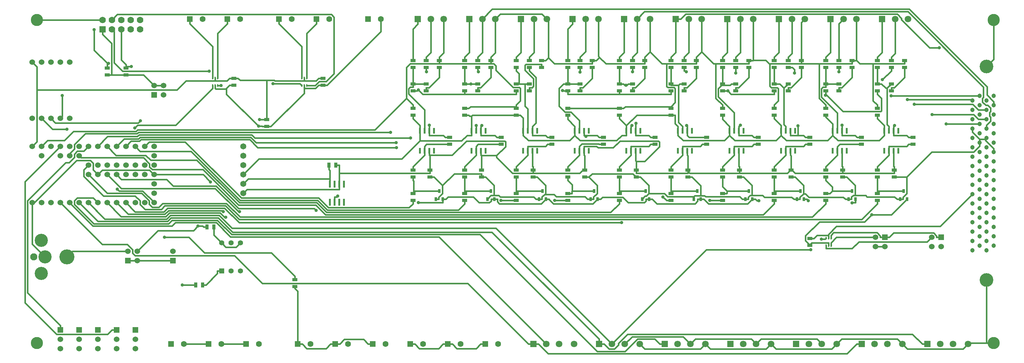
<source format=gtl>
G04 (created by PCBNEW (2013-jul-07)-stable) date Sun 10 Apr 2016 10:04:28 PM PDT*
%MOIN*%
G04 Gerber Fmt 3.4, Leading zero omitted, Abs format*
%FSLAX34Y34*%
G01*
G70*
G90*
G04 APERTURE LIST*
%ADD10C,0.00590551*%
%ADD11C,0.06*%
%ADD12C,0.145669*%
%ADD13C,0.0472441*%
%ADD14R,0.0315X0.0394*%
%ADD15R,0.055X0.035*%
%ADD16R,0.035X0.055*%
%ADD17R,0.016X0.026*%
%ADD18R,0.06X0.06*%
%ADD19R,0.023622X0.0610236*%
%ADD20C,0.065*%
%ADD21R,0.0208661X0.0779528*%
%ADD22R,0.055X0.055*%
%ADD23C,0.055*%
%ADD24C,0.076*%
%ADD25C,0.14*%
%ADD26C,0.16*%
%ADD27C,0.0709*%
%ADD28R,0.0709X0.0709*%
%ADD29R,0.063X0.063*%
%ADD30C,0.063*%
%ADD31R,0.07X0.07*%
%ADD32C,0.07*%
%ADD33C,0.13*%
%ADD34C,0.035*%
%ADD35C,0.015*%
G04 APERTURE END LIST*
G54D10*
G54D11*
X21000Y-41000D03*
X22000Y-41000D03*
X23000Y-41000D03*
X24000Y-41000D03*
X25000Y-41000D03*
X26000Y-41000D03*
X27000Y-41000D03*
X28000Y-41000D03*
X29000Y-41000D03*
X30000Y-41000D03*
X31000Y-41000D03*
X32000Y-41000D03*
X33000Y-41000D03*
X34000Y-41000D03*
X34000Y-40000D03*
X34000Y-39000D03*
X34000Y-38000D03*
X34000Y-37000D03*
X34000Y-36000D03*
X34000Y-35000D03*
X33000Y-35000D03*
X32000Y-35000D03*
X31000Y-35000D03*
X30000Y-35000D03*
X29000Y-35000D03*
X28000Y-35000D03*
X27000Y-35000D03*
X26000Y-35000D03*
X25000Y-35000D03*
X24000Y-35000D03*
X23000Y-35000D03*
X22000Y-35000D03*
X21000Y-35000D03*
X27000Y-38000D03*
X28000Y-38000D03*
X29000Y-38000D03*
X30000Y-38000D03*
X31000Y-38000D03*
X32000Y-38000D03*
X33000Y-38000D03*
X33000Y-37000D03*
X32000Y-37000D03*
X31000Y-37000D03*
X30000Y-37000D03*
X29000Y-37000D03*
X28000Y-37000D03*
X27000Y-37000D03*
X26000Y-36000D03*
X25000Y-36000D03*
X24000Y-36000D03*
X22000Y-36000D03*
G54D12*
X122753Y-49249D03*
X122753Y-26450D03*
G54D13*
X121253Y-46100D03*
X122003Y-45600D03*
X121253Y-45100D03*
X122003Y-44600D03*
X121253Y-44100D03*
X122003Y-43600D03*
X121253Y-43100D03*
X122003Y-42600D03*
X121253Y-42100D03*
X122003Y-41600D03*
X121253Y-41100D03*
X122003Y-40600D03*
X121253Y-40100D03*
X122003Y-39600D03*
X121253Y-39100D03*
X122003Y-38600D03*
X121253Y-38100D03*
X122003Y-37600D03*
X121253Y-37100D03*
X122003Y-36600D03*
X121253Y-36100D03*
X122003Y-35600D03*
X121253Y-35100D03*
X122003Y-34600D03*
X121253Y-34100D03*
X122003Y-33600D03*
X121253Y-33100D03*
X122003Y-32600D03*
X121253Y-32100D03*
X122003Y-31600D03*
X121253Y-31100D03*
X122003Y-30600D03*
X121253Y-30100D03*
X122003Y-29600D03*
X122753Y-46100D03*
X123503Y-45600D03*
X122753Y-45100D03*
X123503Y-44600D03*
X122753Y-44100D03*
X123503Y-43600D03*
X122753Y-43100D03*
X123503Y-42600D03*
X122753Y-42100D03*
X123503Y-41600D03*
X122753Y-41100D03*
X123503Y-40600D03*
X122753Y-40100D03*
X123503Y-39600D03*
X122753Y-39100D03*
X123503Y-38600D03*
X122753Y-38100D03*
X123503Y-37600D03*
X122753Y-37100D03*
X123503Y-36600D03*
X122753Y-36100D03*
X123503Y-35600D03*
X122753Y-35100D03*
X123503Y-34600D03*
X122753Y-34100D03*
X123503Y-33600D03*
X122753Y-33100D03*
X123503Y-32600D03*
X122753Y-32100D03*
X123503Y-31600D03*
X122753Y-31100D03*
X123503Y-30600D03*
X122753Y-30100D03*
X123503Y-29600D03*
G54D14*
X113900Y-39767D03*
X114275Y-40633D03*
X113525Y-40633D03*
X108400Y-39767D03*
X108775Y-40633D03*
X108025Y-40633D03*
X102900Y-39767D03*
X103275Y-40633D03*
X102525Y-40633D03*
X97400Y-39767D03*
X97775Y-40633D03*
X97025Y-40633D03*
X91900Y-39767D03*
X92275Y-40633D03*
X91525Y-40633D03*
X86400Y-39767D03*
X86775Y-40633D03*
X86025Y-40633D03*
X80900Y-39767D03*
X81275Y-40633D03*
X80525Y-40633D03*
X75400Y-39767D03*
X75775Y-40633D03*
X75025Y-40633D03*
X69900Y-39767D03*
X70275Y-40633D03*
X69525Y-40633D03*
X64400Y-39767D03*
X64775Y-40633D03*
X64025Y-40633D03*
G54D15*
X98400Y-34025D03*
X98400Y-34775D03*
X107000Y-25825D03*
X107000Y-26575D03*
X105600Y-25825D03*
X105600Y-26575D03*
X109400Y-34025D03*
X109400Y-34775D03*
X111100Y-29075D03*
X111100Y-28325D03*
X100100Y-29075D03*
X100100Y-28325D03*
X101600Y-29075D03*
X101600Y-28325D03*
X101600Y-25825D03*
X101600Y-26575D03*
X100100Y-25825D03*
X100100Y-26575D03*
X103900Y-34025D03*
X103900Y-34775D03*
X111100Y-31675D03*
X111100Y-30925D03*
X94600Y-29075D03*
X94600Y-28325D03*
X96000Y-29075D03*
X96000Y-28325D03*
X96000Y-25825D03*
X96000Y-26575D03*
X94600Y-25825D03*
X94600Y-26575D03*
X107000Y-29075D03*
X107000Y-28325D03*
X112900Y-37525D03*
X112900Y-38275D03*
X89100Y-29075D03*
X89100Y-28325D03*
X90500Y-29075D03*
X90500Y-28325D03*
X90500Y-25825D03*
X90500Y-26575D03*
X89100Y-25825D03*
X89100Y-26575D03*
X92900Y-34025D03*
X92900Y-34775D03*
X46000Y-32125D03*
X46000Y-32875D03*
X83600Y-29075D03*
X83600Y-28325D03*
X85000Y-29075D03*
X85000Y-28325D03*
X85000Y-25825D03*
X85000Y-26575D03*
X83600Y-25825D03*
X83600Y-26575D03*
X87400Y-34025D03*
X87400Y-34775D03*
X78100Y-29075D03*
X78100Y-28325D03*
X72600Y-31675D03*
X72600Y-30925D03*
X107400Y-37525D03*
X107400Y-38275D03*
X105600Y-31675D03*
X105600Y-30925D03*
X101900Y-37525D03*
X101900Y-38275D03*
X100100Y-31675D03*
X100100Y-30925D03*
X96400Y-37525D03*
X96400Y-38275D03*
X94600Y-31675D03*
X94600Y-30925D03*
X90900Y-37525D03*
X90900Y-38275D03*
X89100Y-31675D03*
X89100Y-30925D03*
X85400Y-37525D03*
X85400Y-38275D03*
X83600Y-31675D03*
X83600Y-30925D03*
X79900Y-37525D03*
X79900Y-38275D03*
X78100Y-31675D03*
X78100Y-30925D03*
X74400Y-37525D03*
X74400Y-38275D03*
X64400Y-25825D03*
X64400Y-26575D03*
X68900Y-37525D03*
X68900Y-38275D03*
X67100Y-31675D03*
X67100Y-30925D03*
X63400Y-37525D03*
X63400Y-38275D03*
X61600Y-31675D03*
X61600Y-30925D03*
X52000Y-27725D03*
X52000Y-28475D03*
X42500Y-27725D03*
X42500Y-28475D03*
X103900Y-45575D03*
X103900Y-44825D03*
G54D16*
X53375Y-37000D03*
X52625Y-37000D03*
G54D15*
X114900Y-34025D03*
X114900Y-34775D03*
X111100Y-25825D03*
X111100Y-26575D03*
X112600Y-25825D03*
X112600Y-26575D03*
X112600Y-29075D03*
X112600Y-28325D03*
X105600Y-29075D03*
X105600Y-28325D03*
X83600Y-40025D03*
X83600Y-40775D03*
X114000Y-25825D03*
X114000Y-26575D03*
X61600Y-37525D03*
X61600Y-38275D03*
X79400Y-29075D03*
X79400Y-28325D03*
X31000Y-27375D03*
X31000Y-26625D03*
X29000Y-27375D03*
X29000Y-26625D03*
X67100Y-37525D03*
X67100Y-38275D03*
X67100Y-40025D03*
X67100Y-40775D03*
X72600Y-37525D03*
X72600Y-38275D03*
X72600Y-40025D03*
X72600Y-40775D03*
X78100Y-37525D03*
X78100Y-38275D03*
X78100Y-40025D03*
X78100Y-40775D03*
G54D16*
X38425Y-49800D03*
X39175Y-49800D03*
G54D15*
X83600Y-37525D03*
X83600Y-38275D03*
X61600Y-40025D03*
X61600Y-40775D03*
G54D16*
X39625Y-43600D03*
X40375Y-43600D03*
G54D15*
X89100Y-37525D03*
X89100Y-38275D03*
X89100Y-40025D03*
X89100Y-40775D03*
X94600Y-37525D03*
X94600Y-38275D03*
X49000Y-49975D03*
X49000Y-49225D03*
X94600Y-40025D03*
X94600Y-40775D03*
X100100Y-37525D03*
X100100Y-38275D03*
X100100Y-40025D03*
X100100Y-40775D03*
X105600Y-37525D03*
X105600Y-38275D03*
X105600Y-40025D03*
X105600Y-40775D03*
X111100Y-37525D03*
X111100Y-38275D03*
X111100Y-40025D03*
X111100Y-40775D03*
X67100Y-25825D03*
X67100Y-26575D03*
X79400Y-25825D03*
X79400Y-26575D03*
X78100Y-25825D03*
X78100Y-26575D03*
X81900Y-34025D03*
X81900Y-34775D03*
X69900Y-25825D03*
X69900Y-26575D03*
X72600Y-29075D03*
X72600Y-28325D03*
X74000Y-29075D03*
X74000Y-28325D03*
X74000Y-25825D03*
X74000Y-26575D03*
X72600Y-25825D03*
X72600Y-26575D03*
X76400Y-34025D03*
X76400Y-34775D03*
X75300Y-25825D03*
X75300Y-26575D03*
X67100Y-29075D03*
X67100Y-28325D03*
X68500Y-29075D03*
X68500Y-28325D03*
X68500Y-25825D03*
X68500Y-26575D03*
X108400Y-25825D03*
X108400Y-26575D03*
X71000Y-34025D03*
X71000Y-34775D03*
X65500Y-34025D03*
X65500Y-34775D03*
X103000Y-25825D03*
X103000Y-26575D03*
X97400Y-25825D03*
X97400Y-26575D03*
X91800Y-25825D03*
X91800Y-26575D03*
X86300Y-25825D03*
X86300Y-26575D03*
X80700Y-25825D03*
X80700Y-26575D03*
X61600Y-25825D03*
X61600Y-26575D03*
X63000Y-25825D03*
X63000Y-26575D03*
X63000Y-29075D03*
X63000Y-28325D03*
X61600Y-29075D03*
X61600Y-28325D03*
G54D17*
X106160Y-44800D03*
X105640Y-44800D03*
X105900Y-44800D03*
X105640Y-45600D03*
X106160Y-45600D03*
X105900Y-45600D03*
X40240Y-28500D03*
X40760Y-28500D03*
X40500Y-28500D03*
X40760Y-27700D03*
X40240Y-27700D03*
X40500Y-27700D03*
X49740Y-28500D03*
X50260Y-28500D03*
X50000Y-28500D03*
X50260Y-27700D03*
X49740Y-27700D03*
X50000Y-27700D03*
G54D18*
X117900Y-44700D03*
G54D11*
X117900Y-45700D03*
X116900Y-44700D03*
X116900Y-45700D03*
G54D18*
X111900Y-44700D03*
G54D11*
X111900Y-45700D03*
X110900Y-44700D03*
X110900Y-45700D03*
G54D18*
X31200Y-47200D03*
G54D11*
X31200Y-46200D03*
X32200Y-47200D03*
X32200Y-46200D03*
G54D18*
X34000Y-29500D03*
G54D11*
X34000Y-28500D03*
X35000Y-29500D03*
X35000Y-28500D03*
G54D18*
X36000Y-47200D03*
G54D11*
X36000Y-46200D03*
G54D19*
X63850Y-33337D03*
X63350Y-33337D03*
X62850Y-33337D03*
X62350Y-33337D03*
X62350Y-35462D03*
X62850Y-35462D03*
X63350Y-35462D03*
X63850Y-35462D03*
X69350Y-33337D03*
X68850Y-33337D03*
X68350Y-33337D03*
X67850Y-33337D03*
X67850Y-35462D03*
X68350Y-35462D03*
X68850Y-35462D03*
X69350Y-35462D03*
X74850Y-33337D03*
X74350Y-33337D03*
X73850Y-33337D03*
X73350Y-33337D03*
X73350Y-35462D03*
X73850Y-35462D03*
X74350Y-35462D03*
X74850Y-35462D03*
X107850Y-33337D03*
X107350Y-33337D03*
X106850Y-33337D03*
X106350Y-33337D03*
X106350Y-35462D03*
X106850Y-35462D03*
X107350Y-35462D03*
X107850Y-35462D03*
X102350Y-33337D03*
X101850Y-33337D03*
X101350Y-33337D03*
X100850Y-33337D03*
X100850Y-35462D03*
X101350Y-35462D03*
X101850Y-35462D03*
X102350Y-35462D03*
X96850Y-33337D03*
X96350Y-33337D03*
X95850Y-33337D03*
X95350Y-33337D03*
X95350Y-35462D03*
X95850Y-35462D03*
X96350Y-35462D03*
X96850Y-35462D03*
X91350Y-33337D03*
X90850Y-33337D03*
X90350Y-33337D03*
X89850Y-33337D03*
X89850Y-35462D03*
X90350Y-35462D03*
X90850Y-35462D03*
X91350Y-35462D03*
X113350Y-33337D03*
X112850Y-33337D03*
X112350Y-33337D03*
X111850Y-33337D03*
X111850Y-35462D03*
X112350Y-35462D03*
X112850Y-35462D03*
X113350Y-35462D03*
X80350Y-33337D03*
X79850Y-33337D03*
X79350Y-33337D03*
X78850Y-33337D03*
X78850Y-35462D03*
X79350Y-35462D03*
X79850Y-35462D03*
X80350Y-35462D03*
X85850Y-33337D03*
X85350Y-33337D03*
X84850Y-33337D03*
X84350Y-33337D03*
X84350Y-35462D03*
X84850Y-35462D03*
X85350Y-35462D03*
X85850Y-35462D03*
G54D20*
X43500Y-35000D03*
X43500Y-36000D03*
X43500Y-37000D03*
X43500Y-38000D03*
X43500Y-39000D03*
X43500Y-40000D03*
G54D21*
X54250Y-39029D03*
X53750Y-39029D03*
X53250Y-39029D03*
X52750Y-39029D03*
X52750Y-40970D03*
X53250Y-40970D03*
X53750Y-40970D03*
X54250Y-40970D03*
G54D22*
X41200Y-48300D03*
G54D23*
X42200Y-48300D03*
X43200Y-48300D03*
X43200Y-45300D03*
X42200Y-45300D03*
X41200Y-45300D03*
G54D24*
X21180Y-46800D03*
G54D25*
X22360Y-46800D03*
G54D26*
X24720Y-46800D03*
G54D25*
X21970Y-48570D03*
X21970Y-45030D03*
G54D27*
X75811Y-56100D03*
G54D28*
X74433Y-56100D03*
G54D27*
X77189Y-56100D03*
X78764Y-56100D03*
X117811Y-56100D03*
G54D28*
X116433Y-56100D03*
G54D27*
X119189Y-56100D03*
X120764Y-56100D03*
X103811Y-56100D03*
G54D28*
X102433Y-56100D03*
G54D27*
X105189Y-56100D03*
X106764Y-56100D03*
X96811Y-56100D03*
G54D28*
X95433Y-56100D03*
G54D27*
X98189Y-56100D03*
X99764Y-56100D03*
X89811Y-56100D03*
G54D28*
X88433Y-56100D03*
G54D27*
X91189Y-56100D03*
X92764Y-56100D03*
X82811Y-56100D03*
G54D28*
X81433Y-56100D03*
G54D27*
X84189Y-56100D03*
X85764Y-56100D03*
X110811Y-56100D03*
G54D28*
X109433Y-56100D03*
G54D27*
X112189Y-56100D03*
X113764Y-56100D03*
X63500Y-21400D03*
G54D28*
X62122Y-21400D03*
G54D27*
X64878Y-21400D03*
X91000Y-21400D03*
G54D28*
X89622Y-21400D03*
G54D27*
X92378Y-21400D03*
X85500Y-21400D03*
G54D28*
X84122Y-21400D03*
G54D27*
X86878Y-21400D03*
X80000Y-21400D03*
G54D28*
X78622Y-21400D03*
G54D27*
X81378Y-21400D03*
X74500Y-21400D03*
G54D28*
X73122Y-21400D03*
G54D27*
X75878Y-21400D03*
X69000Y-21400D03*
G54D28*
X67622Y-21400D03*
G54D27*
X70378Y-21400D03*
X113000Y-21400D03*
G54D28*
X111622Y-21400D03*
G54D27*
X114378Y-21400D03*
X102000Y-21400D03*
G54D28*
X100622Y-21400D03*
G54D27*
X103378Y-21400D03*
X96500Y-21400D03*
G54D28*
X95122Y-21400D03*
G54D27*
X97878Y-21400D03*
X107500Y-21400D03*
G54D28*
X106122Y-21400D03*
G54D27*
X108878Y-21400D03*
G54D29*
X56811Y-21400D03*
G54D30*
X58189Y-21400D03*
G54D29*
X53311Y-56100D03*
G54D30*
X54689Y-56100D03*
G54D29*
X57311Y-56100D03*
G54D30*
X58689Y-56100D03*
G54D29*
X69311Y-56100D03*
G54D30*
X70689Y-56100D03*
G54D29*
X51311Y-21400D03*
G54D30*
X52689Y-21400D03*
G54D29*
X65311Y-56100D03*
G54D30*
X66689Y-56100D03*
G54D29*
X61311Y-56100D03*
G54D30*
X62689Y-56100D03*
G54D29*
X47311Y-21400D03*
G54D30*
X48689Y-21400D03*
G54D29*
X49311Y-56100D03*
G54D30*
X50689Y-56100D03*
G54D29*
X43811Y-56100D03*
G54D30*
X45189Y-56100D03*
G54D29*
X39811Y-56100D03*
G54D30*
X41189Y-56100D03*
G54D29*
X35811Y-56100D03*
G54D30*
X37189Y-56100D03*
G54D29*
X41811Y-21400D03*
G54D30*
X43189Y-21400D03*
G54D29*
X37811Y-21400D03*
G54D30*
X39189Y-21400D03*
G54D31*
X28500Y-22500D03*
G54D32*
X28500Y-21500D03*
X29500Y-22500D03*
X29500Y-21500D03*
X30500Y-22500D03*
X30500Y-21500D03*
X31500Y-22500D03*
X31500Y-21500D03*
X32500Y-22500D03*
X32500Y-21500D03*
G54D18*
X24000Y-54600D03*
G54D11*
X24000Y-55600D03*
X24000Y-56600D03*
G54D18*
X26000Y-54600D03*
G54D11*
X26000Y-55600D03*
X26000Y-56600D03*
G54D18*
X28000Y-54600D03*
G54D11*
X28000Y-55600D03*
X28000Y-56600D03*
G54D18*
X30000Y-54600D03*
G54D11*
X30000Y-55600D03*
X30000Y-56600D03*
G54D18*
X32000Y-54600D03*
G54D11*
X32000Y-55600D03*
X32000Y-56600D03*
X21000Y-32000D03*
X22000Y-32000D03*
X23000Y-32000D03*
X24000Y-32000D03*
X25000Y-32000D03*
X25000Y-26000D03*
X24000Y-26000D03*
X23000Y-26000D03*
X22000Y-26000D03*
X21000Y-26000D03*
G54D33*
X21500Y-56000D03*
X123500Y-56000D03*
X123500Y-21500D03*
X21500Y-21500D03*
G54D34*
X62163Y-28961D03*
X95163Y-29075D03*
X53575Y-40292D03*
X105578Y-29526D03*
X77535Y-29042D03*
X103732Y-40784D03*
X35098Y-44704D03*
X98459Y-40801D03*
X62170Y-41005D03*
X108403Y-41041D03*
X110501Y-42300D03*
X45253Y-32130D03*
X38684Y-43494D03*
X41377Y-41956D03*
X43106Y-41977D03*
X39862Y-26975D03*
X46661Y-28290D03*
X24194Y-29559D03*
X30059Y-39554D03*
X32541Y-32267D03*
X31561Y-26449D03*
X29125Y-26134D03*
X27623Y-22522D03*
X103993Y-46036D03*
X105142Y-44887D03*
X41635Y-42571D03*
X83853Y-43142D03*
X51286Y-41835D03*
X40015Y-38785D03*
X45137Y-32835D03*
X24704Y-33161D03*
X112579Y-29600D03*
X114303Y-30008D03*
X70967Y-40770D03*
X59834Y-35126D03*
X115052Y-30511D03*
X76709Y-40775D03*
X59804Y-34601D03*
X116928Y-31600D03*
X118427Y-32600D03*
X88257Y-40394D03*
X61353Y-34101D03*
X117715Y-24458D03*
X93233Y-40754D03*
X59203Y-33487D03*
X37021Y-49800D03*
X31931Y-33036D03*
X41126Y-28500D03*
X80030Y-33926D03*
X79400Y-27063D03*
X96492Y-32738D03*
X96000Y-27157D03*
X107350Y-32733D03*
X107000Y-27031D03*
X102647Y-32791D03*
X102260Y-27161D03*
X84945Y-32754D03*
X84300Y-28462D03*
X85373Y-32545D03*
X85000Y-27030D03*
X63053Y-27039D03*
X63350Y-32742D03*
X68350Y-32754D03*
X67784Y-28325D03*
X68942Y-32752D03*
X68582Y-27044D03*
X112943Y-32756D03*
X111653Y-27871D03*
X90778Y-32750D03*
X90733Y-27047D03*
G54D35*
X53375Y-37000D02*
X53725Y-37000D01*
X53750Y-39029D02*
X53750Y-39594D01*
X107350Y-35462D02*
X107350Y-35943D01*
X85400Y-37525D02*
X85400Y-37875D01*
X43905Y-39594D02*
X43500Y-40000D01*
X53750Y-39594D02*
X43905Y-39594D01*
X74350Y-37124D02*
X74400Y-37174D01*
X74350Y-35462D02*
X74350Y-37124D01*
X74400Y-37525D02*
X74400Y-37174D01*
X79850Y-35462D02*
X79850Y-35943D01*
X79900Y-35993D02*
X79900Y-37174D01*
X79850Y-35943D02*
X79900Y-35993D01*
X68850Y-35462D02*
X68850Y-35943D01*
X63398Y-35943D02*
X63400Y-35944D01*
X63350Y-35943D02*
X63398Y-35943D01*
X63400Y-37525D02*
X63400Y-35944D01*
X63350Y-35462D02*
X63350Y-35943D01*
X96350Y-35462D02*
X96350Y-35943D01*
X101850Y-35462D02*
X101850Y-35943D01*
X96350Y-37124D02*
X96350Y-35943D01*
X96400Y-37174D02*
X96350Y-37124D01*
X101900Y-35993D02*
X101850Y-35943D01*
X101900Y-37174D02*
X101900Y-35993D01*
X107400Y-37525D02*
X107400Y-37174D01*
X112900Y-37525D02*
X112900Y-37174D01*
X107350Y-37124D02*
X107400Y-37174D01*
X107350Y-35943D02*
X107350Y-37124D01*
X112850Y-37124D02*
X112900Y-37174D01*
X112850Y-35462D02*
X112850Y-37124D01*
X85400Y-37525D02*
X85400Y-37174D01*
X85400Y-37875D02*
X90900Y-37875D01*
X74400Y-37525D02*
X74400Y-37875D01*
X85400Y-36596D02*
X85400Y-37174D01*
X85350Y-36546D02*
X85400Y-36596D01*
X85350Y-35462D02*
X85350Y-36546D01*
X81168Y-34982D02*
X79850Y-34982D01*
X81325Y-35139D02*
X81168Y-34982D01*
X82954Y-35139D02*
X81325Y-35139D01*
X83668Y-34424D02*
X82954Y-35139D01*
X87778Y-34424D02*
X83668Y-34424D01*
X87871Y-34518D02*
X87778Y-34424D01*
X87871Y-35018D02*
X87871Y-34518D01*
X86293Y-36596D02*
X87871Y-35018D01*
X85400Y-36596D02*
X86293Y-36596D01*
X79850Y-35462D02*
X79850Y-34982D01*
X79900Y-37525D02*
X79900Y-37349D01*
X79900Y-37349D02*
X79900Y-37174D01*
X68900Y-37525D02*
X68900Y-37174D01*
X68900Y-35974D02*
X68900Y-37174D01*
X68881Y-35974D02*
X68850Y-35943D01*
X68900Y-35974D02*
X68881Y-35974D01*
X79374Y-37875D02*
X74400Y-37875D01*
X79900Y-37349D02*
X79374Y-37875D01*
X70514Y-36181D02*
X70514Y-35974D01*
X72208Y-37875D02*
X70514Y-36181D01*
X74400Y-37875D02*
X72208Y-37875D01*
X71461Y-35027D02*
X70514Y-35974D01*
X71461Y-34515D02*
X71461Y-35027D01*
X71371Y-34424D02*
X71461Y-34515D01*
X67297Y-34424D02*
X71371Y-34424D01*
X65778Y-35944D02*
X67297Y-34424D01*
X63400Y-35944D02*
X65778Y-35944D01*
X70514Y-35974D02*
X68900Y-35974D01*
X101900Y-37412D02*
X101900Y-37174D01*
X101900Y-37412D02*
X101900Y-37425D01*
X102350Y-37875D02*
X107400Y-37875D01*
X101900Y-37425D02*
X102350Y-37875D01*
X107400Y-37525D02*
X107400Y-37812D01*
X107400Y-37812D02*
X107400Y-37875D01*
X107400Y-37875D02*
X112900Y-37875D01*
X112900Y-37525D02*
X112900Y-37875D01*
X90900Y-37662D02*
X90900Y-37875D01*
X90900Y-35993D02*
X90850Y-35943D01*
X90900Y-37525D02*
X90900Y-35993D01*
X90850Y-35462D02*
X90850Y-35943D01*
X96400Y-37349D02*
X96400Y-37174D01*
X90900Y-37662D02*
X90900Y-37525D01*
X91112Y-37875D02*
X90900Y-37662D01*
X96400Y-37875D02*
X91112Y-37875D01*
X96400Y-37349D02*
X96400Y-37525D01*
X96400Y-37525D02*
X96400Y-37875D01*
X101900Y-37525D02*
X101900Y-37475D01*
X101900Y-37475D02*
X101900Y-37425D01*
X101499Y-37875D02*
X96400Y-37875D01*
X101900Y-37475D02*
X101499Y-37875D01*
X63400Y-37525D02*
X63400Y-37875D01*
X53750Y-37875D02*
X63400Y-37875D01*
X53750Y-39029D02*
X53750Y-37875D01*
X53750Y-37024D02*
X53725Y-37000D01*
X53750Y-37875D02*
X53750Y-37024D01*
X111100Y-31675D02*
X111100Y-32025D01*
X72600Y-31675D02*
X72149Y-31675D01*
X72600Y-31675D02*
X73050Y-31675D01*
X73350Y-31974D02*
X73050Y-31675D01*
X73350Y-32856D02*
X73350Y-31974D01*
X105600Y-31675D02*
X105600Y-31850D01*
X89100Y-31675D02*
X89550Y-31675D01*
X67100Y-31675D02*
X67550Y-31675D01*
X67937Y-31675D02*
X67850Y-31762D01*
X72149Y-31675D02*
X67937Y-31675D01*
X67637Y-31762D02*
X67550Y-31675D01*
X67850Y-31762D02*
X67637Y-31762D01*
X73350Y-33159D02*
X73350Y-32856D01*
X83600Y-31675D02*
X83600Y-32025D01*
X78100Y-32106D02*
X78850Y-32856D01*
X78100Y-31675D02*
X78100Y-32106D01*
X78850Y-33337D02*
X78850Y-32856D01*
X89850Y-33159D02*
X89850Y-32856D01*
X94600Y-32106D02*
X95350Y-32856D01*
X94600Y-31675D02*
X94600Y-32106D01*
X95350Y-33337D02*
X95350Y-32856D01*
X106350Y-33337D02*
X106350Y-32856D01*
X73350Y-33159D02*
X73350Y-33337D01*
X73350Y-33337D02*
X73350Y-33817D01*
X78850Y-33337D02*
X78850Y-33817D01*
X84350Y-33337D02*
X84350Y-32856D01*
X78292Y-34375D02*
X78850Y-33817D01*
X73907Y-34375D02*
X78292Y-34375D01*
X73350Y-33817D02*
X73907Y-34375D01*
X84350Y-33337D02*
X84350Y-33817D01*
X83869Y-33817D02*
X84350Y-33817D01*
X83311Y-34375D02*
X83869Y-33817D01*
X79407Y-34375D02*
X83311Y-34375D01*
X78850Y-33817D02*
X79407Y-34375D01*
X84355Y-32851D02*
X84350Y-32856D01*
X84355Y-32780D02*
X84355Y-32851D01*
X83600Y-32025D02*
X84355Y-32780D01*
X85461Y-31675D02*
X89100Y-31675D01*
X84355Y-32780D02*
X85461Y-31675D01*
X89550Y-32556D02*
X89850Y-32856D01*
X89550Y-31675D02*
X89550Y-32556D01*
X62350Y-32775D02*
X61600Y-32025D01*
X62350Y-33337D02*
X62350Y-32775D01*
X61600Y-31675D02*
X61600Y-32025D01*
X100850Y-32775D02*
X100850Y-33337D01*
X100100Y-32025D02*
X100850Y-32775D01*
X100100Y-31675D02*
X100100Y-32025D01*
X106350Y-32600D02*
X106350Y-32856D01*
X105600Y-31850D02*
X106350Y-32600D01*
X89850Y-33159D02*
X89850Y-33337D01*
X89850Y-33337D02*
X89850Y-33817D01*
X95350Y-33337D02*
X95350Y-33817D01*
X94792Y-34375D02*
X95350Y-33817D01*
X90407Y-34375D02*
X94792Y-34375D01*
X89850Y-33817D02*
X90407Y-34375D01*
X100850Y-33337D02*
X100850Y-33817D01*
X100292Y-34375D02*
X100850Y-33817D01*
X95907Y-34375D02*
X100292Y-34375D01*
X95350Y-33817D02*
X95907Y-34375D01*
X106350Y-33337D02*
X106350Y-33817D01*
X105792Y-34375D02*
X106350Y-33817D01*
X101407Y-34375D02*
X105792Y-34375D01*
X100850Y-33817D02*
X101407Y-34375D01*
X111850Y-32775D02*
X111100Y-32025D01*
X111850Y-33337D02*
X111850Y-32775D01*
X106907Y-34375D02*
X106350Y-33817D01*
X111292Y-34375D02*
X106907Y-34375D01*
X111850Y-33817D02*
X111292Y-34375D01*
X111850Y-33337D02*
X111850Y-33817D01*
X62350Y-33337D02*
X62350Y-33817D01*
X67850Y-31762D02*
X67850Y-33337D01*
X67850Y-33337D02*
X67850Y-33817D01*
X62350Y-34400D02*
X62350Y-33817D01*
X60418Y-36331D02*
X62350Y-34400D01*
X45168Y-36331D02*
X60418Y-36331D01*
X43500Y-38000D02*
X45168Y-36331D01*
X67369Y-33817D02*
X67850Y-33817D01*
X66787Y-34400D02*
X67369Y-33817D01*
X62350Y-34400D02*
X66787Y-34400D01*
X89100Y-29075D02*
X89100Y-29425D01*
X83600Y-29075D02*
X83600Y-29425D01*
X83600Y-29425D02*
X78100Y-29425D01*
X78100Y-29075D02*
X78100Y-29425D01*
X83600Y-29425D02*
X89100Y-29425D01*
X105600Y-29075D02*
X105600Y-29425D01*
X111100Y-29075D02*
X111100Y-29425D01*
X61600Y-29075D02*
X62050Y-29075D01*
X94600Y-29075D02*
X95050Y-29075D01*
X100100Y-29075D02*
X100100Y-29425D01*
X95050Y-29075D02*
X95163Y-29075D01*
X95513Y-29425D02*
X100100Y-29425D01*
X95163Y-29075D02*
X95513Y-29425D01*
X111550Y-29875D02*
X111100Y-29425D01*
X111550Y-31203D02*
X111550Y-29875D01*
X111478Y-31275D02*
X111550Y-31203D01*
X107450Y-31275D02*
X111478Y-31275D01*
X105600Y-29425D02*
X107450Y-31275D01*
X53463Y-40405D02*
X53575Y-40292D01*
X53250Y-40405D02*
X53463Y-40405D01*
X53250Y-40970D02*
X53250Y-40405D01*
X105600Y-29504D02*
X105578Y-29526D01*
X105600Y-29425D02*
X105600Y-29504D01*
X77617Y-29042D02*
X77649Y-29075D01*
X77535Y-29042D02*
X77617Y-29042D01*
X78100Y-29075D02*
X77649Y-29075D01*
X62163Y-28961D02*
X62050Y-29075D01*
X67100Y-29075D02*
X67100Y-29425D01*
X62626Y-29425D02*
X67100Y-29425D01*
X62163Y-28961D02*
X62626Y-29425D01*
X67100Y-29425D02*
X72600Y-29425D01*
X72600Y-29075D02*
X72600Y-29425D01*
X64775Y-40632D02*
X65107Y-40632D01*
X65334Y-40406D02*
X65107Y-40632D01*
X68050Y-40406D02*
X65334Y-40406D01*
X68651Y-41007D02*
X68050Y-40406D01*
X69755Y-41007D02*
X68651Y-41007D01*
X69942Y-40820D02*
X69755Y-41007D01*
X69942Y-40632D02*
X69942Y-40820D01*
X70108Y-40632D02*
X69942Y-40632D01*
X70108Y-40632D02*
X70275Y-40632D01*
X70275Y-40632D02*
X70607Y-40632D01*
X81275Y-40632D02*
X81607Y-40632D01*
X91942Y-40840D02*
X91942Y-40632D01*
X91658Y-41125D02*
X91942Y-40840D01*
X87599Y-41125D02*
X91658Y-41125D01*
X87107Y-40632D02*
X87599Y-41125D01*
X86775Y-40632D02*
X87107Y-40632D01*
X92275Y-40632D02*
X91942Y-40632D01*
X92275Y-40632D02*
X92607Y-40632D01*
X93108Y-41134D02*
X92607Y-40632D01*
X97273Y-41134D02*
X93108Y-41134D01*
X97775Y-40632D02*
X97273Y-41134D01*
X86775Y-40632D02*
X86442Y-40632D01*
X46493Y-46367D02*
X49000Y-48874D01*
X39377Y-46367D02*
X46493Y-46367D01*
X37713Y-44704D02*
X39377Y-46367D01*
X35098Y-44704D02*
X37713Y-44704D01*
X49000Y-49225D02*
X49000Y-48874D01*
X81815Y-40424D02*
X81607Y-40632D01*
X83968Y-40424D02*
X81815Y-40424D01*
X84548Y-41005D02*
X83968Y-40424D01*
X86278Y-41005D02*
X84548Y-41005D01*
X86442Y-40840D02*
X86278Y-41005D01*
X86442Y-40632D02*
X86442Y-40840D01*
X103275Y-40632D02*
X103607Y-40632D01*
X98276Y-40801D02*
X98107Y-40632D01*
X98459Y-40801D02*
X98276Y-40801D01*
X97775Y-40632D02*
X98107Y-40632D01*
X75282Y-41125D02*
X75775Y-40632D01*
X70824Y-41125D02*
X75282Y-41125D01*
X70607Y-40909D02*
X70824Y-41125D01*
X70607Y-40632D02*
X70607Y-40909D01*
X80775Y-41132D02*
X81275Y-40632D01*
X76565Y-41132D02*
X80775Y-41132D01*
X76107Y-40674D02*
X76565Y-41132D01*
X76107Y-40632D02*
X76107Y-40674D01*
X75775Y-40632D02*
X76107Y-40632D01*
X64775Y-40632D02*
X64775Y-41005D01*
X103732Y-40757D02*
X103732Y-40784D01*
X103607Y-40632D02*
X103732Y-40757D01*
X108439Y-41005D02*
X108403Y-41041D01*
X108775Y-41005D02*
X108439Y-41005D01*
X108775Y-40632D02*
X108775Y-41005D01*
X103900Y-45575D02*
X103900Y-45500D01*
X112607Y-42300D02*
X114275Y-40632D01*
X110501Y-42300D02*
X112607Y-42300D01*
X103871Y-45500D02*
X103900Y-45500D01*
X103449Y-45078D02*
X103871Y-45500D01*
X103449Y-44547D02*
X103449Y-45078D01*
X104939Y-43057D02*
X103449Y-44547D01*
X109744Y-43057D02*
X104939Y-43057D01*
X110501Y-42300D02*
X109744Y-43057D01*
X104105Y-45294D02*
X105900Y-45294D01*
X103900Y-45500D02*
X104105Y-45294D01*
X105900Y-45600D02*
X105900Y-45294D01*
X64775Y-41005D02*
X62170Y-41005D01*
X25320Y-46200D02*
X31200Y-46200D01*
X24720Y-46800D02*
X25320Y-46200D01*
X36000Y-47200D02*
X32200Y-47200D01*
X32200Y-47200D02*
X31200Y-47200D01*
X50000Y-27700D02*
X50000Y-28005D01*
X42500Y-27725D02*
X42950Y-27725D01*
X40500Y-27700D02*
X40500Y-27942D01*
X42500Y-27725D02*
X42049Y-27725D01*
X46000Y-32125D02*
X46000Y-31774D01*
X46000Y-27940D02*
X46000Y-31774D01*
X43165Y-27940D02*
X42950Y-27725D01*
X46000Y-27940D02*
X43165Y-27940D01*
X45544Y-32130D02*
X45549Y-32125D01*
X45253Y-32130D02*
X45544Y-32130D01*
X46000Y-32125D02*
X45549Y-32125D01*
X39169Y-43494D02*
X39274Y-43600D01*
X38684Y-43494D02*
X39169Y-43494D01*
X39625Y-43600D02*
X39274Y-43600D01*
X46871Y-28005D02*
X50000Y-28005D01*
X46806Y-27940D02*
X46871Y-28005D01*
X46000Y-27940D02*
X46806Y-27940D01*
X51269Y-28005D02*
X51549Y-27725D01*
X50000Y-28005D02*
X51269Y-28005D01*
X52000Y-27725D02*
X51549Y-27725D01*
X41769Y-28005D02*
X40500Y-28005D01*
X42049Y-27725D02*
X41769Y-28005D01*
X40500Y-28005D02*
X40500Y-27942D01*
X36425Y-28975D02*
X21500Y-28975D01*
X37395Y-28005D02*
X36425Y-28975D01*
X40500Y-28005D02*
X37395Y-28005D01*
X40500Y-28005D02*
X40500Y-28005D01*
X21500Y-26500D02*
X21500Y-28975D01*
X21000Y-26000D02*
X21500Y-26500D01*
X21500Y-34500D02*
X21000Y-35000D01*
X21500Y-28975D02*
X21500Y-34500D01*
X38194Y-43984D02*
X38684Y-43494D01*
X34415Y-43984D02*
X38194Y-43984D01*
X32200Y-46200D02*
X34415Y-43984D01*
X64025Y-40632D02*
X64357Y-40632D01*
X63400Y-38275D02*
X63850Y-38275D01*
X80857Y-40411D02*
X80857Y-40632D01*
X81232Y-40036D02*
X80857Y-40411D01*
X81232Y-39157D02*
X81232Y-40036D01*
X80350Y-38275D02*
X81232Y-39157D01*
X79900Y-38275D02*
X80350Y-38275D01*
X74400Y-38275D02*
X74850Y-38275D01*
X80525Y-40632D02*
X80192Y-40632D01*
X97025Y-40632D02*
X96692Y-40632D01*
X112900Y-38275D02*
X113350Y-38275D01*
X91800Y-25825D02*
X91800Y-25474D01*
X86300Y-25649D02*
X86300Y-25474D01*
X86300Y-25649D02*
X86300Y-25825D01*
X86300Y-25825D02*
X86300Y-26175D01*
X91800Y-25825D02*
X91800Y-26175D01*
X86877Y-21400D02*
X86877Y-24896D01*
X86877Y-24896D02*
X86300Y-25474D01*
X92377Y-21400D02*
X92377Y-24896D01*
X92377Y-24896D02*
X91800Y-25474D01*
X97400Y-25825D02*
X97400Y-26175D01*
X121253Y-33475D02*
X122003Y-34225D01*
X121253Y-33100D02*
X121253Y-33475D01*
X122003Y-34225D02*
X122003Y-34600D01*
X123503Y-35225D02*
X123503Y-35600D01*
X122628Y-34350D02*
X123503Y-35225D01*
X122628Y-34225D02*
X122628Y-34350D01*
X122003Y-34225D02*
X122628Y-34225D01*
X122628Y-34225D02*
X122753Y-34100D01*
X75025Y-40632D02*
X74692Y-40632D01*
X75734Y-39159D02*
X75734Y-40139D01*
X74850Y-38275D02*
X75734Y-39159D01*
X79934Y-40375D02*
X80192Y-40632D01*
X76861Y-40375D02*
X79934Y-40375D01*
X76625Y-40139D02*
X76861Y-40375D01*
X75734Y-40139D02*
X76625Y-40139D01*
X75357Y-40408D02*
X75357Y-40632D01*
X75626Y-40139D02*
X75357Y-40408D01*
X75734Y-40139D02*
X75626Y-40139D01*
X75734Y-40139D02*
X75734Y-40139D01*
X75025Y-40632D02*
X75357Y-40632D01*
X80525Y-40632D02*
X80857Y-40632D01*
X80700Y-37924D02*
X80350Y-38275D01*
X85049Y-37924D02*
X80700Y-37924D01*
X85400Y-38275D02*
X85049Y-37924D01*
X85400Y-38275D02*
X85850Y-38275D01*
X91525Y-40381D02*
X91525Y-40632D01*
X90900Y-38275D02*
X91350Y-38275D01*
X92674Y-40255D02*
X92260Y-40255D01*
X92794Y-40375D02*
X92674Y-40255D01*
X96434Y-40375D02*
X92794Y-40375D01*
X96692Y-40632D02*
X96434Y-40375D01*
X91651Y-40255D02*
X91525Y-40381D01*
X92260Y-40255D02*
X91651Y-40255D01*
X97400Y-25825D02*
X97850Y-25825D01*
X101900Y-38275D02*
X102350Y-38275D01*
X92260Y-39185D02*
X91350Y-38275D01*
X92260Y-40255D02*
X92260Y-39185D01*
X68900Y-38275D02*
X69350Y-38275D01*
X70250Y-39175D02*
X69350Y-38275D01*
X70250Y-40245D02*
X70250Y-39175D01*
X69912Y-40245D02*
X69525Y-40632D01*
X70250Y-40245D02*
X69912Y-40245D01*
X68900Y-38275D02*
X68900Y-37924D01*
X66009Y-37924D02*
X68900Y-37924D01*
X64754Y-39179D02*
X66009Y-37924D01*
X63850Y-38275D02*
X64754Y-39179D01*
X64357Y-40443D02*
X64357Y-40632D01*
X64754Y-40046D02*
X64357Y-40443D01*
X64754Y-39179D02*
X64754Y-40046D01*
X80700Y-25825D02*
X80700Y-26175D01*
X80700Y-25825D02*
X81150Y-25825D01*
X81377Y-25374D02*
X81489Y-25485D01*
X81377Y-21400D02*
X81377Y-25374D01*
X82178Y-26175D02*
X81489Y-25485D01*
X86300Y-26175D02*
X82178Y-26175D01*
X81489Y-25485D02*
X81150Y-25825D01*
X113525Y-40632D02*
X113192Y-40632D01*
X108732Y-39157D02*
X108732Y-40230D01*
X107850Y-38275D02*
X108732Y-39157D01*
X109865Y-40230D02*
X108732Y-40230D01*
X110017Y-40382D02*
X109865Y-40230D01*
X112942Y-40382D02*
X110017Y-40382D01*
X113192Y-40632D02*
X112942Y-40382D01*
X107400Y-38275D02*
X107850Y-38275D01*
X113525Y-40632D02*
X113857Y-40632D01*
X113857Y-40428D02*
X113857Y-40632D01*
X114249Y-40035D02*
X113857Y-40428D01*
X114249Y-38275D02*
X114249Y-40035D01*
X116924Y-35600D02*
X114249Y-38275D01*
X121378Y-35600D02*
X116924Y-35600D01*
X122003Y-34975D02*
X121378Y-35600D01*
X122003Y-34600D02*
X122003Y-34975D01*
X114249Y-38275D02*
X113350Y-38275D01*
X72600Y-30925D02*
X72600Y-30749D01*
X72600Y-30749D02*
X72600Y-30574D01*
X67725Y-30749D02*
X67550Y-30925D01*
X72600Y-30749D02*
X67725Y-30749D01*
X67100Y-30925D02*
X67550Y-30925D01*
X89100Y-30925D02*
X89100Y-30749D01*
X84225Y-30749D02*
X84050Y-30925D01*
X89100Y-30749D02*
X84225Y-30749D01*
X83600Y-30925D02*
X84050Y-30925D01*
X75300Y-25825D02*
X75750Y-25825D01*
X76039Y-21561D02*
X75877Y-21400D01*
X76039Y-25535D02*
X76039Y-21561D01*
X76039Y-25535D02*
X75750Y-25825D01*
X94600Y-30925D02*
X94600Y-30574D01*
X97025Y-40632D02*
X97357Y-40632D01*
X96400Y-38275D02*
X96850Y-38275D01*
X97743Y-39168D02*
X96850Y-38275D01*
X97743Y-40247D02*
X97743Y-39168D01*
X97357Y-40425D02*
X97357Y-40632D01*
X97535Y-40247D02*
X97357Y-40425D01*
X97743Y-40247D02*
X97535Y-40247D01*
X93884Y-29859D02*
X94600Y-30574D01*
X93884Y-26175D02*
X93884Y-29859D01*
X97400Y-26175D02*
X93884Y-26175D01*
X93656Y-26175D02*
X92377Y-24896D01*
X93884Y-26175D02*
X93656Y-26175D01*
X78100Y-30925D02*
X83600Y-30925D01*
X76678Y-26175D02*
X76039Y-25535D01*
X80700Y-26175D02*
X76678Y-26175D01*
X89550Y-30299D02*
X89100Y-30749D01*
X89550Y-28822D02*
X89550Y-30299D01*
X89440Y-28712D02*
X89550Y-28822D01*
X88759Y-28712D02*
X89440Y-28712D01*
X88649Y-28602D02*
X88759Y-28712D01*
X88649Y-26175D02*
X88649Y-28602D01*
X88156Y-26175D02*
X88649Y-26175D01*
X86877Y-24896D02*
X88156Y-26175D01*
X88649Y-26175D02*
X91800Y-26175D01*
X103000Y-21777D02*
X103377Y-21400D01*
X103000Y-25825D02*
X103000Y-21777D01*
X108400Y-25825D02*
X108400Y-26175D01*
X105600Y-30925D02*
X105600Y-30574D01*
X108400Y-25825D02*
X108850Y-25825D01*
X108877Y-21400D02*
X108877Y-25797D01*
X108877Y-25797D02*
X108850Y-25825D01*
X114000Y-25825D02*
X114000Y-26175D01*
X110649Y-30124D02*
X110649Y-26175D01*
X111100Y-30574D02*
X110649Y-30124D01*
X114000Y-26175D02*
X110649Y-26175D01*
X109255Y-26175D02*
X108877Y-25797D01*
X110649Y-26175D02*
X109255Y-26175D01*
X111100Y-30925D02*
X111100Y-30574D01*
X88395Y-40036D02*
X86732Y-40036D01*
X88740Y-40381D02*
X88395Y-40036D01*
X91525Y-40381D02*
X88740Y-40381D01*
X86732Y-39157D02*
X86732Y-40036D01*
X85850Y-38275D02*
X86732Y-39157D01*
X86351Y-40306D02*
X86025Y-40632D01*
X86462Y-40306D02*
X86351Y-40306D01*
X86732Y-40036D02*
X86462Y-40306D01*
X64400Y-25825D02*
X64400Y-26175D01*
X69900Y-25825D02*
X69900Y-26175D01*
X73050Y-30124D02*
X72600Y-30574D01*
X73050Y-28812D02*
X73050Y-30124D01*
X72937Y-28700D02*
X73050Y-28812D01*
X72277Y-28700D02*
X72937Y-28700D01*
X70450Y-26872D02*
X72277Y-28700D01*
X70450Y-26415D02*
X70450Y-26872D01*
X70209Y-26175D02*
X70450Y-26415D01*
X69900Y-26175D02*
X70209Y-26175D01*
X64877Y-24996D02*
X64400Y-25474D01*
X64877Y-21400D02*
X64877Y-24996D01*
X64400Y-25825D02*
X64400Y-25474D01*
X69900Y-25825D02*
X69900Y-25474D01*
X70907Y-20870D02*
X70377Y-21400D01*
X75348Y-20870D02*
X70907Y-20870D01*
X75877Y-21400D02*
X75348Y-20870D01*
X70377Y-24996D02*
X69900Y-25474D01*
X70377Y-21400D02*
X70377Y-24996D01*
X97877Y-21400D02*
X97877Y-25797D01*
X97877Y-25797D02*
X97850Y-25825D01*
X100100Y-30925D02*
X100100Y-30574D01*
X108400Y-26175D02*
X104896Y-26175D01*
X104896Y-26175D02*
X103000Y-26175D01*
X103000Y-25825D02*
X103000Y-26175D01*
X99649Y-28574D02*
X99649Y-26224D01*
X99800Y-28724D02*
X99649Y-28574D01*
X100453Y-28724D02*
X99800Y-28724D01*
X100550Y-28821D02*
X100453Y-28724D01*
X100550Y-30124D02*
X100550Y-28821D01*
X100100Y-30574D02*
X100550Y-30124D01*
X99222Y-25797D02*
X97877Y-25797D01*
X99649Y-26224D02*
X99222Y-25797D01*
X99699Y-26175D02*
X103000Y-26175D01*
X99649Y-26224D02*
X99699Y-26175D01*
X108357Y-40414D02*
X108357Y-40632D01*
X108541Y-40230D02*
X108357Y-40414D01*
X108732Y-40230D02*
X108541Y-40230D01*
X108025Y-40632D02*
X107692Y-40632D01*
X104896Y-29871D02*
X105600Y-30574D01*
X104896Y-26175D02*
X104896Y-29871D01*
X69900Y-26175D02*
X64400Y-26175D01*
X61600Y-30925D02*
X61600Y-30574D01*
X60899Y-26577D02*
X60899Y-29874D01*
X61302Y-26175D02*
X60899Y-26577D01*
X64400Y-26175D02*
X61302Y-26175D01*
X60899Y-29874D02*
X61600Y-30574D01*
X70743Y-40245D02*
X70250Y-40245D01*
X70913Y-40414D02*
X70743Y-40245D01*
X74473Y-40414D02*
X70913Y-40414D01*
X74692Y-40632D02*
X74473Y-40414D01*
X98882Y-40247D02*
X97743Y-40247D01*
X99059Y-40424D02*
X98882Y-40247D01*
X101984Y-40424D02*
X99059Y-40424D01*
X102192Y-40632D02*
X101984Y-40424D01*
X102525Y-40632D02*
X102192Y-40632D01*
X107484Y-40424D02*
X107692Y-40632D01*
X103815Y-40424D02*
X107484Y-40424D01*
X103457Y-40066D02*
X103815Y-40424D01*
X103234Y-40066D02*
X103457Y-40066D01*
X103234Y-39158D02*
X103234Y-40066D01*
X102350Y-38275D02*
X103234Y-39158D01*
X102857Y-40442D02*
X102857Y-40632D01*
X103234Y-40066D02*
X102857Y-40442D01*
X102525Y-40632D02*
X102857Y-40632D01*
X108025Y-40632D02*
X108357Y-40632D01*
X57546Y-33227D02*
X60899Y-29874D01*
X32235Y-33227D02*
X57546Y-33227D01*
X32076Y-33386D02*
X32235Y-33227D01*
X25392Y-33386D02*
X32076Y-33386D01*
X24425Y-34353D02*
X25392Y-33386D01*
X22646Y-34353D02*
X24425Y-34353D01*
X22000Y-35000D02*
X22646Y-34353D01*
X74432Y-56100D02*
X73903Y-56100D01*
X109432Y-56100D02*
X108903Y-56100D01*
X74432Y-56100D02*
X74962Y-56100D01*
X107870Y-57133D02*
X108903Y-56100D01*
X75995Y-57133D02*
X107870Y-57133D01*
X74962Y-56100D02*
X75995Y-57133D01*
X67428Y-49624D02*
X73903Y-56100D01*
X45526Y-49624D02*
X67428Y-49624D01*
X42576Y-46675D02*
X45526Y-49624D01*
X31991Y-46675D02*
X42576Y-46675D01*
X31700Y-46383D02*
X31991Y-46675D01*
X31700Y-46025D02*
X31700Y-46383D01*
X31144Y-45470D02*
X31700Y-46025D01*
X28470Y-45470D02*
X31144Y-45470D01*
X24000Y-41000D02*
X28470Y-45470D01*
X81432Y-56100D02*
X81432Y-55570D01*
X82492Y-56629D02*
X81962Y-56100D01*
X83058Y-56629D02*
X82492Y-56629D01*
X83500Y-56187D02*
X83058Y-56629D01*
X83500Y-56039D02*
X83500Y-56187D01*
X84485Y-55053D02*
X83500Y-56039D01*
X114857Y-55053D02*
X84485Y-55053D01*
X115903Y-56100D02*
X114857Y-55053D01*
X116432Y-56100D02*
X115903Y-56100D01*
X81432Y-56100D02*
X81962Y-56100D01*
X70015Y-44152D02*
X81432Y-55570D01*
X42362Y-44152D02*
X70015Y-44152D01*
X40842Y-42631D02*
X42362Y-44152D01*
X35816Y-42631D02*
X40842Y-42631D01*
X35439Y-43008D02*
X35816Y-42631D01*
X28008Y-43008D02*
X35439Y-43008D01*
X26000Y-41000D02*
X28008Y-43008D01*
X88432Y-56100D02*
X87903Y-56100D01*
X87370Y-55567D02*
X87903Y-56100D01*
X85539Y-55567D02*
X87370Y-55567D01*
X84223Y-56883D02*
X85539Y-55567D01*
X81234Y-56883D02*
X84223Y-56883D01*
X68753Y-44402D02*
X81234Y-56883D01*
X42259Y-44402D02*
X68753Y-44402D01*
X40738Y-42882D02*
X42259Y-44402D01*
X35919Y-42882D02*
X40738Y-42882D01*
X35543Y-43258D02*
X35919Y-42882D01*
X27580Y-43258D02*
X35543Y-43258D01*
X25524Y-41202D02*
X27580Y-43258D01*
X25524Y-40798D02*
X25524Y-41202D01*
X25818Y-40504D02*
X25524Y-40798D01*
X27504Y-40504D02*
X25818Y-40504D01*
X28000Y-41000D02*
X27504Y-40504D01*
X41277Y-41856D02*
X41377Y-41956D01*
X35530Y-41856D02*
X41277Y-41856D01*
X35153Y-42233D02*
X35530Y-41856D01*
X31233Y-42233D02*
X35153Y-42233D01*
X30000Y-41000D02*
X31233Y-42233D01*
X30500Y-39500D02*
X29000Y-38000D01*
X40517Y-39500D02*
X30500Y-39500D01*
X42994Y-41977D02*
X40517Y-39500D01*
X43106Y-41977D02*
X42994Y-41977D01*
X51171Y-28500D02*
X50260Y-28500D01*
X51595Y-28075D02*
X51171Y-28500D01*
X52353Y-28075D02*
X51595Y-28075D01*
X53180Y-27248D02*
X52353Y-28075D01*
X53180Y-21193D02*
X53180Y-27248D01*
X52897Y-20909D02*
X53180Y-21193D01*
X30090Y-20909D02*
X52897Y-20909D01*
X29500Y-21500D02*
X30090Y-20909D01*
X49530Y-28290D02*
X49740Y-28500D01*
X46661Y-28290D02*
X49530Y-28290D01*
X30648Y-26975D02*
X39862Y-26975D01*
X29725Y-26052D02*
X30648Y-26975D01*
X29725Y-22725D02*
X29725Y-26052D01*
X29500Y-22500D02*
X29725Y-22725D01*
X24194Y-31805D02*
X24194Y-29559D01*
X24000Y-32000D02*
X24194Y-31805D01*
X30262Y-39758D02*
X30059Y-39554D01*
X32784Y-39758D02*
X30262Y-39758D01*
X34000Y-40974D02*
X32784Y-39758D01*
X34000Y-41000D02*
X34000Y-40974D01*
X32324Y-32483D02*
X32541Y-32267D01*
X23483Y-32483D02*
X32324Y-32483D01*
X23000Y-32000D02*
X23483Y-32483D01*
X30500Y-25774D02*
X31000Y-26274D01*
X30500Y-22500D02*
X30500Y-25774D01*
X31000Y-26625D02*
X31000Y-26449D01*
X31000Y-26449D02*
X31000Y-26274D01*
X31000Y-26449D02*
X31561Y-26449D01*
X29000Y-26174D02*
X29040Y-26134D01*
X29000Y-26625D02*
X29000Y-26174D01*
X29040Y-26134D02*
X29125Y-26134D01*
X27623Y-24718D02*
X27623Y-22522D01*
X29040Y-26134D02*
X27623Y-24718D01*
X106440Y-44214D02*
X106160Y-44494D01*
X111088Y-44214D02*
X106440Y-44214D01*
X111424Y-44551D02*
X111088Y-44214D01*
X111424Y-44700D02*
X111424Y-44551D01*
X106160Y-44800D02*
X106160Y-44494D01*
X111662Y-44700D02*
X111424Y-44700D01*
X111662Y-44700D02*
X111900Y-44700D01*
X117424Y-44551D02*
X117424Y-44700D01*
X117098Y-44224D02*
X117424Y-44551D01*
X112850Y-44224D02*
X117098Y-44224D01*
X112375Y-44700D02*
X112850Y-44224D01*
X111900Y-44700D02*
X112375Y-44700D01*
X117900Y-44700D02*
X117424Y-44700D01*
X64363Y-44652D02*
X75810Y-56100D01*
X42155Y-44652D02*
X64363Y-44652D01*
X40634Y-43132D02*
X42155Y-44652D01*
X36276Y-43132D02*
X40634Y-43132D01*
X35900Y-43508D02*
X36276Y-43132D01*
X27464Y-43508D02*
X35900Y-43508D01*
X25000Y-41044D02*
X27464Y-43508D01*
X25000Y-41000D02*
X25000Y-41044D01*
X106754Y-44700D02*
X106160Y-45294D01*
X110900Y-44700D02*
X106754Y-44700D01*
X106160Y-45600D02*
X106160Y-45294D01*
X110900Y-45700D02*
X111900Y-45700D01*
X105552Y-44887D02*
X105640Y-44800D01*
X105142Y-44887D02*
X105552Y-44887D01*
X92874Y-46036D02*
X82810Y-56100D01*
X103993Y-46036D02*
X92874Y-46036D01*
X70451Y-43740D02*
X82810Y-56100D01*
X42304Y-43740D02*
X70451Y-43740D01*
X40927Y-42363D02*
X42304Y-43740D01*
X35731Y-42363D02*
X40927Y-42363D01*
X35343Y-42751D02*
X35731Y-42363D01*
X28751Y-42751D02*
X35343Y-42751D01*
X27000Y-41000D02*
X28751Y-42751D01*
X108420Y-45905D02*
X105640Y-45905D01*
X109125Y-45200D02*
X108420Y-45905D01*
X116400Y-45200D02*
X109125Y-45200D01*
X116900Y-44700D02*
X116400Y-45200D01*
X105640Y-45600D02*
X105640Y-45905D01*
X41497Y-42571D02*
X41635Y-42571D01*
X41038Y-42113D02*
X41497Y-42571D01*
X35627Y-42113D02*
X41038Y-42113D01*
X35256Y-42483D02*
X35627Y-42113D01*
X30483Y-42483D02*
X35256Y-42483D01*
X29000Y-41000D02*
X30483Y-42483D01*
X43069Y-43142D02*
X83853Y-43142D01*
X41523Y-41596D02*
X43069Y-43142D01*
X35436Y-41596D02*
X41523Y-41596D01*
X35049Y-41983D02*
X35436Y-41596D01*
X31983Y-41983D02*
X35049Y-41983D01*
X31000Y-41000D02*
X31983Y-41983D01*
X30522Y-38522D02*
X30000Y-38000D01*
X35329Y-38522D02*
X30522Y-38522D01*
X36031Y-39224D02*
X35329Y-38522D01*
X40596Y-39224D02*
X36031Y-39224D01*
X42998Y-41626D02*
X40596Y-39224D01*
X51078Y-41626D02*
X42998Y-41626D01*
X51286Y-41835D02*
X51078Y-41626D01*
X52625Y-37000D02*
X52625Y-37450D01*
X44035Y-38464D02*
X52750Y-38464D01*
X43500Y-39000D02*
X44035Y-38464D01*
X52750Y-39029D02*
X52750Y-38464D01*
X52750Y-37575D02*
X52625Y-37450D01*
X52750Y-38464D02*
X52750Y-37575D01*
X122753Y-56000D02*
X122753Y-49249D01*
X120864Y-56000D02*
X122753Y-56000D01*
X120764Y-56100D02*
X120864Y-56000D01*
X122753Y-56000D02*
X123500Y-56000D01*
X120231Y-56632D02*
X120764Y-56100D01*
X114296Y-56632D02*
X120231Y-56632D01*
X113764Y-56100D02*
X114296Y-56632D01*
X123500Y-25704D02*
X123500Y-21500D01*
X122753Y-26450D02*
X123500Y-25704D01*
X93293Y-56629D02*
X92764Y-56100D01*
X99234Y-56629D02*
X93293Y-56629D01*
X99764Y-56100D02*
X99234Y-56629D01*
X92234Y-56629D02*
X92764Y-56100D01*
X86293Y-56629D02*
X92234Y-56629D01*
X85764Y-56100D02*
X86293Y-56629D01*
X50000Y-28500D02*
X50000Y-28805D01*
X51219Y-28805D02*
X51549Y-28475D01*
X50000Y-28805D02*
X51219Y-28805D01*
X50000Y-29325D02*
X46450Y-32875D01*
X50000Y-28805D02*
X50000Y-29325D01*
X46000Y-32875D02*
X46450Y-32875D01*
X106234Y-56629D02*
X106764Y-56100D01*
X100293Y-56629D02*
X106234Y-56629D01*
X99764Y-56100D02*
X100293Y-56629D01*
X113228Y-55564D02*
X113764Y-56100D01*
X107299Y-55564D02*
X113228Y-55564D01*
X106764Y-56100D02*
X107299Y-55564D01*
X42500Y-28475D02*
X42049Y-28475D01*
X21500Y-21500D02*
X28500Y-21500D01*
X33974Y-38000D02*
X34000Y-38000D01*
X33499Y-37524D02*
X33974Y-38000D01*
X28475Y-37524D02*
X33499Y-37524D01*
X28000Y-38000D02*
X28475Y-37524D01*
X51774Y-28475D02*
X51549Y-28475D01*
X51774Y-28475D02*
X52000Y-28475D01*
X58189Y-22736D02*
X58189Y-21400D01*
X52450Y-28475D02*
X58189Y-22736D01*
X52000Y-28475D02*
X52450Y-28475D01*
X39230Y-38000D02*
X40015Y-38785D01*
X34000Y-38000D02*
X39230Y-38000D01*
X46000Y-32875D02*
X45549Y-32875D01*
X45509Y-32835D02*
X45137Y-32835D01*
X45549Y-32875D02*
X45509Y-32835D01*
X21000Y-45440D02*
X21000Y-41000D01*
X22360Y-46800D02*
X21000Y-45440D01*
X27500Y-37500D02*
X28000Y-38000D01*
X27500Y-36791D02*
X27500Y-37500D01*
X27223Y-36515D02*
X27500Y-36791D01*
X25736Y-36515D02*
X27223Y-36515D01*
X21252Y-41000D02*
X25736Y-36515D01*
X21000Y-41000D02*
X21252Y-41000D01*
X105900Y-44389D02*
X105900Y-44483D01*
X106741Y-43547D02*
X105900Y-44389D01*
X117806Y-43547D02*
X106741Y-43547D01*
X121253Y-40100D02*
X117806Y-43547D01*
X105900Y-44483D02*
X105900Y-44800D01*
X104691Y-44483D02*
X104350Y-44825D01*
X105900Y-44483D02*
X104691Y-44483D01*
X103900Y-44825D02*
X104350Y-44825D01*
X40500Y-28500D02*
X40500Y-28805D01*
X40560Y-28865D02*
X41719Y-28865D01*
X40500Y-28805D02*
X40560Y-28865D01*
X41719Y-29417D02*
X41719Y-28865D01*
X45137Y-32835D02*
X41719Y-29417D01*
X41719Y-28805D02*
X42049Y-28475D01*
X41719Y-28865D02*
X41719Y-28805D01*
X98718Y-55570D02*
X98189Y-56100D01*
X104659Y-55570D02*
X98718Y-55570D01*
X105189Y-56100D02*
X104659Y-55570D01*
X91718Y-55570D02*
X91189Y-56100D01*
X97659Y-55570D02*
X91718Y-55570D01*
X98189Y-56100D02*
X97659Y-55570D01*
X84971Y-55317D02*
X84189Y-56100D01*
X90406Y-55317D02*
X84971Y-55317D01*
X91189Y-56100D02*
X90406Y-55317D01*
X41650Y-45750D02*
X41200Y-45300D01*
X42749Y-45750D02*
X41650Y-45750D01*
X43200Y-45300D02*
X42749Y-45750D01*
X40375Y-44475D02*
X40375Y-43600D01*
X41200Y-45300D02*
X40375Y-44475D01*
X54291Y-55609D02*
X53801Y-56100D01*
X56330Y-55609D02*
X54291Y-55609D01*
X56820Y-56100D02*
X56330Y-55609D01*
X57310Y-56100D02*
X56820Y-56100D01*
X53310Y-56100D02*
X53801Y-56100D01*
X68330Y-56590D02*
X68820Y-56100D01*
X66291Y-56590D02*
X68330Y-56590D01*
X65801Y-56100D02*
X66291Y-56590D01*
X65310Y-56100D02*
X65801Y-56100D01*
X69310Y-56100D02*
X68820Y-56100D01*
X64330Y-56590D02*
X64820Y-56100D01*
X62291Y-56590D02*
X64330Y-56590D01*
X61801Y-56100D02*
X62291Y-56590D01*
X61310Y-56100D02*
X61801Y-56100D01*
X65310Y-56100D02*
X64820Y-56100D01*
X53310Y-56100D02*
X52820Y-56100D01*
X49310Y-50461D02*
X49000Y-50150D01*
X49310Y-56100D02*
X49310Y-50461D01*
X52330Y-56590D02*
X52820Y-56100D01*
X50291Y-56590D02*
X52330Y-56590D01*
X49801Y-56100D02*
X50291Y-56590D01*
X49310Y-56100D02*
X49801Y-56100D01*
X49000Y-49975D02*
X49000Y-50150D01*
X24000Y-54600D02*
X24000Y-54124D01*
X26500Y-35500D02*
X27000Y-35000D01*
X25816Y-35500D02*
X26500Y-35500D01*
X25500Y-35816D02*
X25816Y-35500D01*
X25500Y-36173D02*
X25500Y-35816D01*
X24925Y-36747D02*
X25500Y-36173D01*
X24570Y-36747D02*
X24925Y-36747D01*
X20509Y-40808D02*
X24570Y-36747D01*
X20509Y-50634D02*
X20509Y-40808D01*
X24000Y-54124D02*
X20509Y-50634D01*
X20249Y-38750D02*
X24000Y-35000D01*
X20249Y-51715D02*
X20249Y-38750D01*
X23608Y-55075D02*
X20249Y-51715D01*
X29049Y-55075D02*
X23608Y-55075D01*
X29524Y-54600D02*
X29049Y-55075D01*
X30000Y-54600D02*
X29524Y-54600D01*
X23161Y-33161D02*
X24704Y-33161D01*
X22000Y-32000D02*
X23161Y-33161D01*
X61600Y-40775D02*
X61600Y-41125D01*
X33475Y-34524D02*
X33000Y-35000D01*
X37311Y-34524D02*
X33475Y-34524D01*
X43292Y-40506D02*
X37311Y-34524D01*
X51543Y-40506D02*
X43292Y-40506D01*
X52573Y-41535D02*
X51543Y-40506D01*
X61189Y-41535D02*
X52573Y-41535D01*
X61600Y-41125D02*
X61189Y-41535D01*
X61600Y-22451D02*
X61600Y-25825D01*
X62122Y-21929D02*
X61600Y-22451D01*
X62122Y-21400D02*
X62122Y-21929D01*
X63500Y-24974D02*
X63000Y-25474D01*
X63500Y-21400D02*
X63500Y-24974D01*
X63000Y-25825D02*
X63000Y-25474D01*
X122003Y-29600D02*
X112579Y-29600D01*
X67100Y-40775D02*
X67100Y-41125D01*
X32522Y-35522D02*
X32000Y-35000D01*
X37954Y-35522D02*
X32522Y-35522D01*
X43188Y-40756D02*
X37954Y-35522D01*
X51440Y-40756D02*
X43188Y-40756D01*
X52469Y-41785D02*
X51440Y-40756D01*
X66439Y-41785D02*
X52469Y-41785D01*
X67100Y-41125D02*
X66439Y-41785D01*
X67622Y-24952D02*
X67100Y-25474D01*
X67622Y-21400D02*
X67622Y-24952D01*
X67100Y-25825D02*
X67100Y-25474D01*
X121162Y-30008D02*
X114303Y-30008D01*
X121253Y-30100D02*
X121162Y-30008D01*
X68500Y-25825D02*
X68500Y-25474D01*
X70054Y-20345D02*
X69000Y-21400D01*
X114492Y-20345D02*
X70054Y-20345D01*
X122794Y-28647D02*
X114492Y-20345D01*
X122794Y-29515D02*
X122794Y-28647D01*
X123503Y-30225D02*
X122794Y-29515D01*
X123503Y-30600D02*
X123503Y-30225D01*
X69000Y-24974D02*
X68500Y-25474D01*
X69000Y-21400D02*
X69000Y-24974D01*
X72145Y-40770D02*
X70967Y-40770D01*
X72149Y-40775D02*
X72145Y-40770D01*
X72600Y-40775D02*
X72149Y-40775D01*
X45056Y-35126D02*
X59834Y-35126D01*
X44203Y-34273D02*
X45056Y-35126D01*
X32603Y-34273D02*
X44203Y-34273D01*
X32431Y-34445D02*
X32603Y-34273D01*
X31554Y-34445D02*
X32431Y-34445D01*
X31000Y-35000D02*
X31554Y-34445D01*
X73122Y-24952D02*
X72600Y-25474D01*
X73122Y-21400D02*
X73122Y-24952D01*
X72600Y-25825D02*
X72600Y-25474D01*
X121290Y-30511D02*
X115052Y-30511D01*
X121878Y-31100D02*
X121290Y-30511D01*
X122753Y-31100D02*
X121878Y-31100D01*
X74500Y-24974D02*
X74000Y-25474D01*
X74500Y-21400D02*
X74500Y-24974D01*
X74000Y-25825D02*
X74000Y-25474D01*
X78100Y-40775D02*
X76709Y-40775D01*
X44885Y-34601D02*
X59804Y-34601D01*
X44307Y-34023D02*
X44885Y-34601D01*
X32500Y-34023D02*
X44307Y-34023D01*
X32328Y-34195D02*
X32500Y-34023D01*
X30804Y-34195D02*
X32328Y-34195D01*
X30000Y-35000D02*
X30804Y-34195D01*
X78100Y-22451D02*
X78100Y-25825D01*
X78622Y-21929D02*
X78100Y-22451D01*
X78622Y-21400D02*
X78622Y-21929D01*
X80000Y-24874D02*
X79400Y-25474D01*
X80000Y-21400D02*
X80000Y-24874D01*
X79400Y-25825D02*
X79400Y-25474D01*
X121378Y-31600D02*
X116928Y-31600D01*
X121878Y-32100D02*
X121378Y-31600D01*
X122753Y-32100D02*
X121878Y-32100D01*
X29951Y-35951D02*
X29000Y-35000D01*
X33102Y-35951D02*
X29951Y-35951D01*
X33626Y-36475D02*
X33102Y-35951D01*
X38554Y-36475D02*
X33626Y-36475D01*
X43092Y-41013D02*
X38554Y-36475D01*
X51344Y-41013D02*
X43092Y-41013D01*
X52365Y-42035D02*
X51344Y-41013D01*
X82689Y-42035D02*
X52365Y-42035D01*
X83600Y-41125D02*
X82689Y-42035D01*
X83600Y-40775D02*
X83600Y-41125D01*
X84122Y-24952D02*
X83600Y-25474D01*
X84122Y-21400D02*
X84122Y-24952D01*
X83600Y-25825D02*
X83600Y-25474D01*
X118427Y-32600D02*
X122003Y-32600D01*
X85000Y-25825D02*
X85000Y-25474D01*
X86291Y-20608D02*
X85500Y-21400D01*
X114366Y-20608D02*
X86291Y-20608D01*
X122423Y-28665D02*
X114366Y-20608D01*
X122423Y-29762D02*
X122423Y-28665D01*
X122316Y-29869D02*
X122423Y-29762D01*
X122316Y-30250D02*
X122316Y-29869D01*
X122665Y-30600D02*
X122316Y-30250D01*
X122858Y-30600D02*
X122665Y-30600D01*
X123173Y-30915D02*
X122858Y-30600D01*
X123173Y-31262D02*
X123173Y-30915D01*
X123084Y-31351D02*
X123173Y-31262D01*
X123084Y-31762D02*
X123084Y-31351D01*
X123191Y-31869D02*
X123084Y-31762D01*
X123191Y-32287D02*
X123191Y-31869D01*
X122753Y-32725D02*
X123191Y-32287D01*
X122753Y-33100D02*
X122753Y-32725D01*
X85500Y-24974D02*
X85000Y-25474D01*
X85500Y-21400D02*
X85500Y-24974D01*
X89100Y-40775D02*
X88649Y-40775D01*
X88638Y-40775D02*
X88257Y-40394D01*
X88649Y-40775D02*
X88638Y-40775D01*
X44738Y-34101D02*
X61353Y-34101D01*
X44402Y-33765D02*
X44738Y-34101D01*
X32404Y-33765D02*
X44402Y-33765D01*
X32224Y-33945D02*
X32404Y-33765D01*
X29054Y-33945D02*
X32224Y-33945D01*
X28000Y-35000D02*
X29054Y-33945D01*
X89100Y-25825D02*
X89100Y-25474D01*
X89622Y-24952D02*
X89100Y-25474D01*
X89622Y-21400D02*
X89622Y-24952D01*
X116675Y-24458D02*
X117715Y-24458D01*
X113688Y-21471D02*
X116675Y-24458D01*
X113688Y-21318D02*
X113688Y-21471D01*
X113232Y-20861D02*
X113688Y-21318D01*
X90689Y-20861D02*
X113232Y-20861D01*
X90151Y-21400D02*
X90689Y-20861D01*
X89622Y-21400D02*
X90151Y-21400D01*
X91000Y-24974D02*
X90500Y-25474D01*
X91000Y-21400D02*
X91000Y-24974D01*
X90500Y-25825D02*
X90500Y-25474D01*
X94128Y-40754D02*
X93233Y-40754D01*
X94149Y-40775D02*
X94128Y-40754D01*
X94600Y-40775D02*
X94149Y-40775D01*
X32328Y-33487D02*
X59203Y-33487D01*
X32179Y-33636D02*
X32328Y-33487D01*
X26691Y-33636D02*
X32179Y-33636D01*
X25524Y-34803D02*
X26691Y-33636D01*
X25524Y-35253D02*
X25524Y-34803D01*
X25000Y-35778D02*
X25524Y-35253D01*
X25000Y-36000D02*
X25000Y-35778D01*
X95122Y-24952D02*
X94600Y-25474D01*
X95122Y-21400D02*
X95122Y-24952D01*
X94600Y-25825D02*
X94600Y-25474D01*
X96500Y-24974D02*
X96000Y-25474D01*
X96500Y-21400D02*
X96500Y-24974D01*
X96000Y-25825D02*
X96000Y-25474D01*
X100100Y-40775D02*
X100100Y-41125D01*
X26201Y-36201D02*
X26000Y-36000D01*
X32873Y-36201D02*
X26201Y-36201D01*
X33524Y-36852D02*
X32873Y-36201D01*
X33524Y-37196D02*
X33524Y-36852D01*
X33803Y-37475D02*
X33524Y-37196D01*
X39200Y-37475D02*
X33803Y-37475D01*
X42998Y-41273D02*
X39200Y-37475D01*
X51250Y-41273D02*
X42998Y-41273D01*
X52266Y-42289D02*
X51250Y-41273D01*
X98935Y-42289D02*
X52266Y-42289D01*
X100100Y-41125D02*
X98935Y-42289D01*
X100622Y-24952D02*
X100100Y-25474D01*
X100622Y-21400D02*
X100622Y-24952D01*
X100100Y-25825D02*
X100100Y-25474D01*
X102000Y-25074D02*
X101600Y-25474D01*
X102000Y-21400D02*
X102000Y-25074D01*
X101600Y-25825D02*
X101600Y-25474D01*
X105600Y-40775D02*
X105600Y-41125D01*
X29008Y-40008D02*
X27000Y-38000D01*
X32680Y-40008D02*
X29008Y-40008D01*
X33475Y-40803D02*
X32680Y-40008D01*
X33475Y-41162D02*
X33475Y-40803D01*
X33796Y-41483D02*
X33475Y-41162D01*
X34518Y-41483D02*
X33796Y-41483D01*
X34913Y-41088D02*
X34518Y-41483D01*
X41722Y-41088D02*
X34913Y-41088D01*
X43176Y-42541D02*
X41722Y-41088D01*
X104183Y-42541D02*
X43176Y-42541D01*
X105600Y-41125D02*
X104183Y-42541D01*
X106122Y-24952D02*
X105600Y-25474D01*
X106122Y-21400D02*
X106122Y-24952D01*
X105600Y-25825D02*
X105600Y-25474D01*
X107000Y-25825D02*
X107000Y-25474D01*
X107000Y-21900D02*
X107000Y-25474D01*
X107500Y-21400D02*
X107000Y-21900D01*
X26507Y-37492D02*
X27000Y-37000D01*
X26507Y-38214D02*
X26507Y-37492D01*
X28597Y-40303D02*
X26507Y-38214D01*
X31990Y-40303D02*
X28597Y-40303D01*
X32500Y-40812D02*
X31990Y-40303D01*
X32500Y-41183D02*
X32500Y-40812D01*
X33050Y-41733D02*
X32500Y-41183D01*
X34758Y-41733D02*
X33050Y-41733D01*
X35153Y-41338D02*
X34758Y-41733D01*
X41618Y-41338D02*
X35153Y-41338D01*
X43072Y-42792D02*
X41618Y-41338D01*
X109432Y-42792D02*
X43072Y-42792D01*
X111100Y-41125D02*
X109432Y-42792D01*
X111100Y-40775D02*
X111100Y-41125D01*
X111100Y-25825D02*
X111100Y-25474D01*
X111622Y-24952D02*
X111622Y-21929D01*
X111100Y-25474D02*
X111622Y-24952D01*
X111622Y-21400D02*
X111622Y-21929D01*
X113000Y-25074D02*
X112600Y-25474D01*
X113000Y-21400D02*
X113000Y-25074D01*
X112600Y-25825D02*
X112600Y-25474D01*
X38425Y-49800D02*
X37021Y-49800D01*
X32233Y-32734D02*
X31931Y-33036D01*
X36311Y-32734D02*
X32233Y-32734D01*
X40240Y-28805D02*
X36311Y-32734D01*
X40240Y-28500D02*
X40240Y-28805D01*
X40760Y-28500D02*
X41126Y-28500D01*
X29000Y-27375D02*
X29450Y-27375D01*
X28500Y-22500D02*
X28500Y-23025D01*
X31000Y-27375D02*
X30549Y-27375D01*
X29450Y-27375D02*
X30549Y-27375D01*
X35000Y-28500D02*
X34000Y-28500D01*
X32875Y-27375D02*
X31000Y-27375D01*
X34000Y-28500D02*
X32875Y-27375D01*
X29475Y-24000D02*
X28500Y-23025D01*
X29475Y-27349D02*
X29475Y-24000D01*
X29450Y-27375D02*
X29475Y-27349D01*
X40760Y-22941D02*
X40760Y-27700D01*
X41810Y-21890D02*
X40760Y-22941D01*
X41810Y-21400D02*
X41810Y-21890D01*
X78100Y-28325D02*
X79400Y-28325D01*
X78100Y-26575D02*
X78100Y-28325D01*
X77171Y-28803D02*
X77649Y-28325D01*
X77171Y-30697D02*
X77171Y-28803D01*
X77798Y-31324D02*
X77171Y-30697D01*
X78454Y-31324D02*
X77798Y-31324D01*
X79350Y-32220D02*
X78454Y-31324D01*
X79350Y-33337D02*
X79350Y-32220D01*
X78100Y-28325D02*
X77649Y-28325D01*
X80900Y-39767D02*
X80733Y-39767D01*
X78576Y-39767D02*
X80733Y-39767D01*
X78550Y-39793D02*
X78576Y-39767D01*
X78550Y-40025D02*
X78550Y-39793D01*
X78576Y-39101D02*
X78100Y-38625D01*
X78576Y-39767D02*
X78576Y-39101D01*
X78100Y-38275D02*
X78100Y-38625D01*
X78100Y-40025D02*
X78550Y-40025D01*
X86400Y-39767D02*
X86067Y-39767D01*
X83600Y-39767D02*
X86067Y-39767D01*
X83600Y-38275D02*
X83600Y-39767D01*
X83600Y-39767D02*
X83600Y-40025D01*
X75400Y-39767D02*
X75067Y-39767D01*
X72600Y-39767D02*
X75067Y-39767D01*
X72600Y-40025D02*
X72600Y-39767D01*
X72600Y-39767D02*
X72600Y-38275D01*
X91900Y-39767D02*
X91567Y-39767D01*
X89100Y-39767D02*
X91567Y-39767D01*
X89100Y-40025D02*
X89100Y-39767D01*
X89100Y-39767D02*
X89100Y-38275D01*
X69900Y-39767D02*
X69567Y-39767D01*
X67100Y-39767D02*
X69567Y-39767D01*
X67100Y-40025D02*
X67100Y-39767D01*
X67100Y-39767D02*
X67100Y-38275D01*
X79850Y-33337D02*
X79850Y-33817D01*
X81900Y-34025D02*
X81449Y-34025D01*
X79400Y-27063D02*
X79400Y-26575D01*
X80140Y-33817D02*
X80140Y-33817D01*
X79850Y-33817D02*
X80140Y-33817D01*
X81242Y-33817D02*
X80140Y-33817D01*
X81449Y-34025D02*
X81242Y-33817D01*
X80140Y-33817D02*
X80030Y-33926D01*
X113900Y-39767D02*
X113567Y-39767D01*
X111100Y-39767D02*
X113567Y-39767D01*
X111100Y-40025D02*
X111100Y-39767D01*
X111100Y-39767D02*
X111100Y-38275D01*
X81900Y-34775D02*
X81449Y-34775D01*
X79350Y-35222D02*
X79350Y-34982D01*
X79600Y-34732D02*
X79350Y-34982D01*
X81407Y-34732D02*
X79600Y-34732D01*
X81449Y-34775D02*
X81407Y-34732D01*
X79350Y-35222D02*
X79350Y-35462D01*
X79331Y-35943D02*
X78100Y-37174D01*
X79350Y-35943D02*
X79331Y-35943D01*
X78100Y-37525D02*
X78100Y-37174D01*
X79350Y-35462D02*
X79350Y-35943D01*
X102900Y-39767D02*
X102567Y-39767D01*
X100100Y-39767D02*
X102567Y-39767D01*
X100100Y-40025D02*
X100100Y-39767D01*
X100100Y-39767D02*
X100100Y-38275D01*
X103900Y-34775D02*
X103449Y-34775D01*
X103242Y-34982D02*
X101350Y-34982D01*
X103449Y-34775D02*
X103242Y-34982D01*
X101350Y-35222D02*
X101350Y-34982D01*
X101350Y-35222D02*
X101350Y-35462D01*
X101331Y-35943D02*
X100100Y-37174D01*
X101350Y-35943D02*
X101331Y-35943D01*
X100100Y-37525D02*
X100100Y-37174D01*
X101350Y-35462D02*
X101350Y-35943D01*
X94600Y-40025D02*
X95050Y-40025D01*
X97400Y-39767D02*
X97067Y-39767D01*
X95061Y-39767D02*
X97067Y-39767D01*
X94600Y-39305D02*
X95061Y-39767D01*
X94600Y-38275D02*
X94600Y-39305D01*
X95061Y-40013D02*
X95050Y-40025D01*
X95061Y-39767D02*
X95061Y-40013D01*
X114242Y-34982D02*
X114449Y-34775D01*
X112350Y-34982D02*
X114242Y-34982D01*
X112350Y-35462D02*
X112350Y-34982D01*
X114900Y-34775D02*
X114449Y-34775D01*
X112331Y-35943D02*
X112350Y-35943D01*
X111100Y-37174D02*
X112331Y-35943D01*
X111100Y-37525D02*
X111100Y-37174D01*
X112350Y-35462D02*
X112350Y-35943D01*
X105600Y-40025D02*
X106050Y-40025D01*
X106308Y-39333D02*
X106308Y-39767D01*
X105600Y-38625D02*
X106308Y-39333D01*
X106050Y-40025D02*
X106308Y-39767D01*
X106308Y-39767D02*
X108400Y-39767D01*
X105600Y-38275D02*
X105600Y-38625D01*
X109400Y-34775D02*
X108949Y-34775D01*
X106850Y-35222D02*
X106850Y-35045D01*
X107120Y-34775D02*
X108949Y-34775D01*
X106850Y-35045D02*
X107120Y-34775D01*
X106850Y-35222D02*
X106850Y-35462D01*
X106831Y-35943D02*
X105600Y-37174D01*
X106850Y-35943D02*
X106831Y-35943D01*
X105600Y-37525D02*
X105600Y-37174D01*
X106850Y-35462D02*
X106850Y-35943D01*
X72600Y-28325D02*
X72901Y-28325D01*
X72600Y-26575D02*
X72600Y-26925D01*
X72901Y-27226D02*
X72600Y-26925D01*
X72901Y-28325D02*
X72901Y-27226D01*
X74000Y-28325D02*
X73549Y-28325D01*
X73850Y-31011D02*
X73850Y-33337D01*
X73549Y-30711D02*
X73850Y-31011D01*
X73549Y-28325D02*
X73549Y-30711D01*
X73549Y-28325D02*
X72901Y-28325D01*
X107000Y-28325D02*
X106549Y-28325D01*
X106549Y-28325D02*
X105600Y-28325D01*
X105600Y-26575D02*
X105600Y-26925D01*
X105600Y-28325D02*
X105600Y-26925D01*
X105293Y-28675D02*
X105600Y-28675D01*
X105147Y-28821D02*
X105293Y-28675D01*
X105147Y-29745D02*
X105147Y-28821D01*
X106850Y-31448D02*
X105147Y-29745D01*
X106850Y-33337D02*
X106850Y-31448D01*
X105600Y-28325D02*
X105600Y-28675D01*
X98400Y-34775D02*
X97949Y-34775D01*
X97742Y-34982D02*
X95850Y-34982D01*
X97949Y-34775D02*
X97742Y-34982D01*
X95850Y-35222D02*
X95850Y-34982D01*
X95850Y-35222D02*
X95850Y-35462D01*
X95831Y-35943D02*
X94600Y-37174D01*
X95850Y-35943D02*
X95831Y-35943D01*
X94600Y-37525D02*
X94600Y-37174D01*
X95850Y-35462D02*
X95850Y-35943D01*
X94600Y-28325D02*
X94600Y-26575D01*
X94600Y-28325D02*
X94600Y-28462D01*
X95412Y-28462D02*
X95549Y-28325D01*
X94600Y-28462D02*
X95412Y-28462D01*
X96000Y-28325D02*
X95549Y-28325D01*
X94514Y-28462D02*
X94600Y-28462D01*
X94149Y-28827D02*
X94514Y-28462D01*
X94149Y-29686D02*
X94149Y-28827D01*
X95850Y-31386D02*
X94149Y-29686D01*
X95850Y-33337D02*
X95850Y-31386D01*
X96373Y-32856D02*
X96492Y-32738D01*
X96350Y-32856D02*
X96373Y-32856D01*
X96350Y-33159D02*
X96350Y-32856D01*
X96350Y-33159D02*
X96350Y-33337D01*
X97742Y-33817D02*
X97949Y-34025D01*
X96350Y-33817D02*
X97742Y-33817D01*
X96350Y-33337D02*
X96350Y-33817D01*
X98400Y-34025D02*
X97949Y-34025D01*
X96000Y-26575D02*
X96000Y-27157D01*
X89100Y-26575D02*
X89100Y-28325D01*
X89100Y-28325D02*
X89100Y-28462D01*
X90500Y-28325D02*
X90049Y-28325D01*
X90350Y-33337D02*
X90350Y-32856D01*
X89912Y-32419D02*
X89912Y-28462D01*
X90350Y-32856D02*
X89912Y-32419D01*
X89100Y-28462D02*
X89912Y-28462D01*
X89912Y-28462D02*
X90049Y-28325D01*
X107350Y-32733D02*
X107350Y-33337D01*
X108742Y-33817D02*
X108949Y-34025D01*
X107350Y-33817D02*
X108742Y-33817D01*
X107350Y-33337D02*
X107350Y-33817D01*
X109400Y-34025D02*
X108949Y-34025D01*
X107000Y-26575D02*
X107000Y-27031D01*
X100100Y-26575D02*
X100100Y-26925D01*
X100100Y-28325D02*
X100100Y-26925D01*
X100699Y-28325D02*
X101149Y-28775D01*
X100100Y-28325D02*
X100699Y-28325D01*
X101149Y-28775D02*
X101600Y-28325D01*
X101149Y-32656D02*
X101149Y-28775D01*
X101350Y-32856D02*
X101149Y-32656D01*
X101350Y-33337D02*
X101350Y-32856D01*
X101850Y-33337D02*
X101850Y-33817D01*
X103900Y-34025D02*
X103449Y-34025D01*
X101600Y-26575D02*
X102050Y-26575D01*
X101850Y-33817D02*
X102647Y-33817D01*
X103242Y-33817D02*
X103449Y-34025D01*
X102647Y-33817D02*
X103242Y-33817D01*
X102647Y-33817D02*
X102647Y-32791D01*
X102260Y-26785D02*
X102260Y-27161D01*
X102050Y-26575D02*
X102260Y-26785D01*
X112350Y-33337D02*
X112350Y-32856D01*
X111100Y-28325D02*
X111550Y-28325D01*
X111100Y-26575D02*
X111100Y-28325D01*
X112000Y-28775D02*
X111550Y-28325D01*
X112149Y-28775D02*
X112000Y-28775D01*
X112149Y-32656D02*
X112149Y-28775D01*
X112350Y-32856D02*
X112149Y-32656D01*
X112149Y-28775D02*
X112600Y-28325D01*
X92242Y-34982D02*
X92449Y-34775D01*
X90350Y-34982D02*
X92242Y-34982D01*
X90350Y-35462D02*
X90350Y-34982D01*
X92900Y-34775D02*
X92449Y-34775D01*
X90331Y-35943D02*
X90350Y-35943D01*
X89100Y-37174D02*
X90331Y-35943D01*
X89100Y-37525D02*
X89100Y-37174D01*
X90350Y-35462D02*
X90350Y-35943D01*
X83600Y-26575D02*
X83600Y-26925D01*
X83600Y-28325D02*
X83600Y-26925D01*
X83600Y-28325D02*
X84050Y-28325D01*
X85000Y-28325D02*
X84549Y-28325D01*
X84187Y-28462D02*
X84300Y-28462D01*
X84050Y-28325D02*
X84187Y-28462D01*
X84412Y-28462D02*
X84549Y-28325D01*
X84300Y-28462D02*
X84412Y-28462D01*
X84945Y-32760D02*
X84945Y-32754D01*
X84850Y-32856D02*
X84945Y-32760D01*
X84850Y-33337D02*
X84850Y-32856D01*
X75742Y-34982D02*
X75949Y-34775D01*
X73850Y-34982D02*
X75742Y-34982D01*
X76400Y-34775D02*
X75949Y-34775D01*
X73850Y-35222D02*
X73850Y-34982D01*
X73850Y-35222D02*
X73850Y-35462D01*
X73831Y-35943D02*
X72600Y-37174D01*
X73850Y-35943D02*
X73831Y-35943D01*
X72600Y-37525D02*
X72600Y-37174D01*
X73850Y-35462D02*
X73850Y-35943D01*
X86742Y-34982D02*
X86949Y-34775D01*
X84850Y-34982D02*
X86742Y-34982D01*
X84850Y-35462D02*
X84850Y-34982D01*
X87400Y-34775D02*
X86949Y-34775D01*
X84831Y-35943D02*
X84850Y-35943D01*
X83600Y-37174D02*
X84831Y-35943D01*
X83600Y-37525D02*
X83600Y-37174D01*
X84850Y-35462D02*
X84850Y-35943D01*
X85000Y-27030D02*
X85000Y-26575D01*
X85350Y-32568D02*
X85350Y-33337D01*
X85373Y-32545D02*
X85350Y-32568D01*
X86742Y-33817D02*
X86949Y-34025D01*
X85350Y-33817D02*
X86742Y-33817D01*
X85350Y-33337D02*
X85350Y-33817D01*
X87400Y-34025D02*
X86949Y-34025D01*
X65500Y-34775D02*
X65049Y-34775D01*
X62850Y-35222D02*
X62850Y-34982D01*
X62850Y-35222D02*
X62850Y-35462D01*
X62831Y-35943D02*
X61600Y-37174D01*
X62850Y-35943D02*
X62831Y-35943D01*
X61600Y-37525D02*
X61600Y-37174D01*
X62850Y-35462D02*
X62850Y-35943D01*
X63057Y-34775D02*
X62850Y-34982D01*
X65049Y-34775D02*
X63057Y-34775D01*
X40240Y-24319D02*
X40240Y-27700D01*
X37810Y-21890D02*
X40240Y-24319D01*
X37810Y-21400D02*
X37810Y-21890D01*
X63000Y-26575D02*
X63000Y-26925D01*
X63053Y-26978D02*
X63053Y-27039D01*
X63000Y-26925D02*
X63053Y-26978D01*
X63350Y-32742D02*
X63350Y-33337D01*
X64842Y-33817D02*
X65049Y-34025D01*
X63350Y-33817D02*
X64842Y-33817D01*
X63350Y-33337D02*
X63350Y-33817D01*
X65500Y-34025D02*
X65049Y-34025D01*
X61600Y-28325D02*
X61600Y-26575D01*
X61600Y-28325D02*
X62549Y-28325D01*
X63000Y-28325D02*
X62549Y-28325D01*
X61600Y-28325D02*
X61600Y-28675D01*
X61293Y-28675D02*
X61600Y-28675D01*
X61149Y-28818D02*
X61293Y-28675D01*
X61149Y-29395D02*
X61149Y-28818D01*
X62850Y-31095D02*
X61149Y-29395D01*
X62850Y-33337D02*
X62850Y-31095D01*
X74000Y-26575D02*
X74000Y-26925D01*
X74709Y-27635D02*
X74000Y-26925D01*
X74709Y-32496D02*
X74709Y-27635D01*
X74350Y-32856D02*
X74709Y-32496D01*
X74350Y-33159D02*
X74350Y-32856D01*
X74350Y-33159D02*
X74350Y-33337D01*
X75742Y-33817D02*
X75949Y-34025D01*
X74350Y-33817D02*
X75742Y-33817D01*
X74350Y-33337D02*
X74350Y-33817D01*
X76400Y-34025D02*
X75949Y-34025D01*
X67100Y-28325D02*
X67100Y-26575D01*
X67550Y-28325D02*
X67550Y-28325D01*
X67784Y-28325D02*
X67550Y-28325D01*
X67100Y-28325D02*
X67550Y-28325D01*
X68350Y-33337D02*
X68350Y-32754D01*
X67785Y-28325D02*
X67784Y-28325D01*
X68500Y-28325D02*
X67785Y-28325D01*
X68331Y-35943D02*
X68350Y-35943D01*
X67100Y-37174D02*
X68331Y-35943D01*
X67100Y-37525D02*
X67100Y-37174D01*
X68350Y-35703D02*
X68350Y-35943D01*
X68350Y-35703D02*
X68350Y-35462D01*
X68557Y-34775D02*
X70549Y-34775D01*
X68350Y-34982D02*
X68557Y-34775D01*
X68350Y-35462D02*
X68350Y-34982D01*
X71000Y-34775D02*
X70549Y-34775D01*
X68500Y-26961D02*
X68500Y-26575D01*
X68582Y-27044D02*
X68500Y-26961D01*
X68850Y-32845D02*
X68850Y-33337D01*
X68942Y-32752D02*
X68850Y-32845D01*
X70342Y-33817D02*
X70549Y-34025D01*
X68850Y-33817D02*
X70342Y-33817D01*
X68850Y-33337D02*
X68850Y-33817D01*
X71000Y-34025D02*
X70549Y-34025D01*
X107306Y-28724D02*
X107000Y-28724D01*
X108400Y-27631D02*
X107306Y-28724D01*
X108400Y-26575D02*
X108400Y-27631D01*
X107000Y-29075D02*
X107000Y-28724D01*
X101906Y-28724D02*
X101600Y-28724D01*
X103000Y-27631D02*
X101906Y-28724D01*
X103000Y-26575D02*
X103000Y-27631D01*
X101600Y-29075D02*
X101600Y-28724D01*
X96306Y-28724D02*
X96000Y-28724D01*
X97400Y-27631D02*
X96306Y-28724D01*
X97400Y-26575D02*
X97400Y-27631D01*
X96000Y-29075D02*
X96000Y-28724D01*
X40749Y-48575D02*
X39525Y-49800D01*
X40749Y-48300D02*
X40749Y-48575D01*
X39175Y-49800D02*
X39525Y-49800D01*
X41200Y-48300D02*
X40749Y-48300D01*
X90500Y-29075D02*
X90500Y-28724D01*
X90806Y-28724D02*
X90500Y-28724D01*
X91800Y-27731D02*
X90806Y-28724D01*
X91800Y-26925D02*
X91800Y-27731D01*
X91800Y-26575D02*
X91800Y-26925D01*
X85306Y-28724D02*
X85000Y-28724D01*
X86300Y-27731D02*
X85306Y-28724D01*
X86300Y-26575D02*
X86300Y-27731D01*
X85000Y-29075D02*
X85000Y-28724D01*
X79706Y-28724D02*
X79400Y-28724D01*
X80700Y-27731D02*
X79706Y-28724D01*
X80700Y-26575D02*
X80700Y-27731D01*
X79400Y-29075D02*
X79400Y-28724D01*
X74306Y-28724D02*
X74000Y-28724D01*
X74450Y-28581D02*
X74306Y-28724D01*
X74450Y-27763D02*
X74450Y-28581D01*
X73544Y-26858D02*
X74450Y-27763D01*
X73544Y-26327D02*
X73544Y-26858D01*
X73647Y-26224D02*
X73544Y-26327D01*
X75300Y-26224D02*
X73647Y-26224D01*
X75300Y-26575D02*
X75300Y-26224D01*
X74000Y-29075D02*
X74000Y-28724D01*
X61600Y-38275D02*
X61600Y-38625D01*
X64400Y-39767D02*
X64067Y-39767D01*
X61681Y-39767D02*
X64067Y-39767D01*
X61681Y-39943D02*
X61681Y-39767D01*
X61600Y-40025D02*
X61681Y-39943D01*
X61681Y-38706D02*
X61600Y-38625D01*
X61681Y-39767D02*
X61681Y-38706D01*
X69900Y-27631D02*
X69900Y-26575D01*
X68806Y-28724D02*
X69900Y-27631D01*
X68500Y-28724D02*
X68806Y-28724D01*
X68500Y-29075D02*
X68500Y-28724D01*
X112906Y-28724D02*
X112600Y-28724D01*
X114000Y-27631D02*
X112906Y-28724D01*
X114000Y-26575D02*
X114000Y-27631D01*
X112600Y-29075D02*
X112600Y-28724D01*
X112600Y-26575D02*
X112600Y-26925D01*
X112850Y-32850D02*
X112850Y-33337D01*
X112943Y-32756D02*
X112850Y-32850D01*
X114242Y-33817D02*
X114449Y-34025D01*
X112850Y-33817D02*
X114242Y-33817D01*
X112850Y-33337D02*
X112850Y-33817D01*
X114900Y-34025D02*
X114449Y-34025D01*
X112600Y-26925D02*
X111653Y-27871D01*
X64400Y-27631D02*
X64400Y-26575D01*
X63306Y-28724D02*
X64400Y-27631D01*
X63000Y-28724D02*
X63306Y-28724D01*
X63000Y-29075D02*
X63000Y-28724D01*
X50260Y-22941D02*
X50260Y-27700D01*
X51310Y-21890D02*
X50260Y-22941D01*
X51310Y-21400D02*
X51310Y-21890D01*
X49740Y-24319D02*
X49740Y-27700D01*
X47310Y-21890D02*
X49740Y-24319D01*
X47310Y-21400D02*
X47310Y-21890D01*
X37189Y-56100D02*
X39810Y-56100D01*
X41189Y-56100D02*
X43810Y-56100D01*
X90500Y-26575D02*
X90500Y-26925D01*
X90850Y-32821D02*
X90778Y-32750D01*
X90850Y-33337D02*
X90850Y-32821D01*
X91057Y-34025D02*
X90850Y-33817D01*
X92449Y-34025D02*
X91057Y-34025D01*
X92900Y-34025D02*
X92449Y-34025D01*
X90850Y-33337D02*
X90850Y-33817D01*
X90610Y-26925D02*
X90733Y-27047D01*
X90500Y-26925D02*
X90610Y-26925D01*
M02*

</source>
